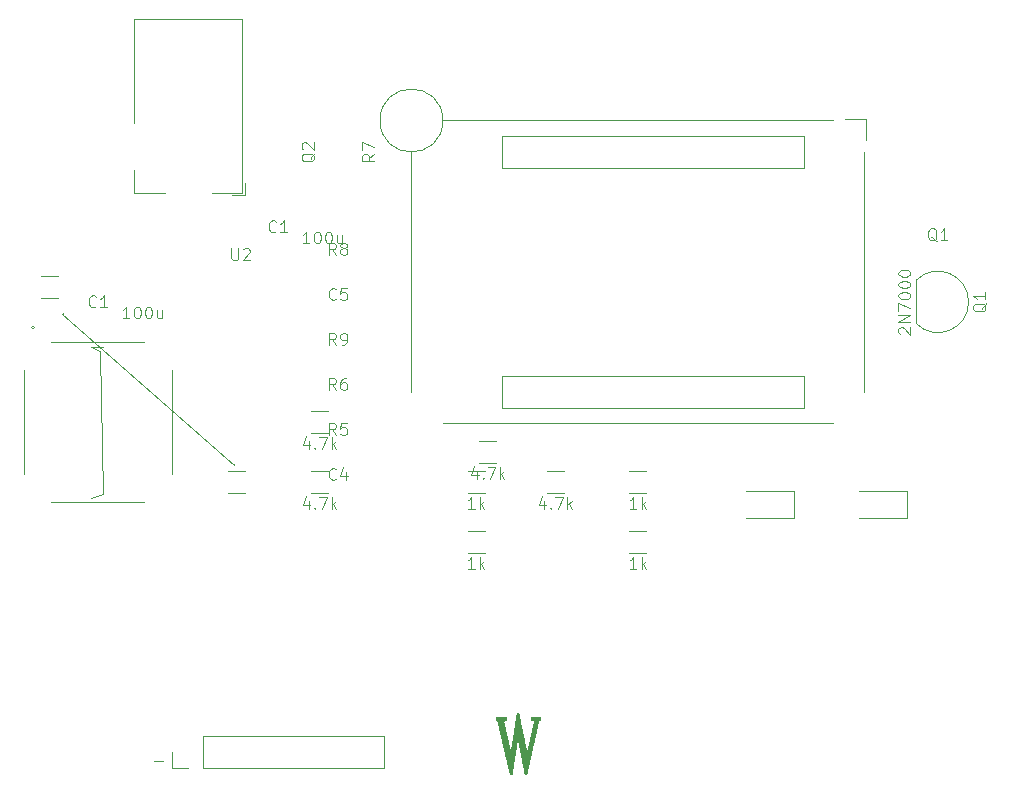
<source format=gbr>
From 88637eb1200b7d808ecd92ad45880f9c76cf190b Mon Sep 17 00:00:00 2001
From: Blaise Thompson <blaise@untzag.com>
Date: Tue, 13 Apr 2021 14:23:03 -0500
Subject: revisionB

---
 gerber/weather-F_SilkS.gbr | 2753 ++++++++++++++++++++++++--------------------
 1 file changed, 1499 insertions(+), 1254 deletions(-)

(limited to 'gerber/weather-F_SilkS.gbr')

diff --git a/gerber/weather-F_SilkS.gbr b/gerber/weather-F_SilkS.gbr
index bc52806..6ead12b 100644
--- a/gerber/weather-F_SilkS.gbr
+++ b/gerber/weather-F_SilkS.gbr
@@ -1,12 +1,12 @@
 %TF.GenerationSoftware,KiCad,Pcbnew,5.1.8+dfsg1-1+b1*%
-%TF.CreationDate,2020-12-29T15:19:21-06:00*%
-%TF.ProjectId,weather,77656174-6865-4722-9e6b-696361645f70,1.1.0*%
+%TF.CreationDate,2021-04-12T18:27:31-05:00*%
+%TF.ProjectId,weather,77656174-6865-4722-9e6b-696361645f70,B*%
 %TF.SameCoordinates,Original*%
 %TF.FileFunction,Legend,Top*%
 %TF.FilePolarity,Positive*%
 %FSLAX46Y46*%
 G04 Gerber Fmt 4.6, Leading zero omitted, Abs format (unit mm)*
-G04 Created by KiCad (PCBNEW 5.1.8+dfsg1-1+b1) date 2020-12-29 15:19:21*
+G04 Created by KiCad (PCBNEW 5.1.8+dfsg1-1+b1) date 2021-04-12 18:27:31*
 %MOMM*%
 %LPD*%
 G01*
@@ -900,24 +900,82 @@ G75*
 G02*
 X83820000Y-88900000I0J-2540000D01*
 G01*
+%TO.C,Q2*%
+X77780000Y-50040000D02*
+X76850000Y-50040000D01*
+X74620000Y-50040000D02*
+X75550000Y-50040000D01*
+X74620000Y-50040000D02*
+X74620000Y-53200000D01*
+X77780000Y-50040000D02*
+X77780000Y-51500000D01*
+%TO.C,Q1*%
+X127760000Y-61905000D02*
+X127760000Y-60975000D01*
+X127760000Y-58745000D02*
+X127760000Y-59675000D01*
+X127760000Y-58745000D02*
+X124600000Y-58745000D01*
+X127760000Y-61905000D02*
+X126300000Y-61905000D01*
+%TO.C,R9*%
+X75472936Y-65680000D02*
+X76927064Y-65680000D01*
+X75472936Y-63860000D02*
+X76927064Y-63860000D01*
+%TO.C,R8*%
+X76927064Y-56240000D02*
+X75472936Y-56240000D01*
+X76927064Y-58060000D02*
+X75472936Y-58060000D01*
+%TO.C,R7*%
+X81555000Y-51527064D02*
+X81555000Y-50072936D01*
+X79735000Y-51527064D02*
+X79735000Y-50072936D01*
+%TO.C,R6*%
+X76927064Y-67670000D02*
+X75472936Y-67670000D01*
+X76927064Y-69490000D02*
+X75472936Y-69490000D01*
+%TO.C,R5*%
+X76927064Y-71480000D02*
+X75472936Y-71480000D01*
+X76927064Y-73300000D02*
+X75472936Y-73300000D01*
+%TO.C,C5*%
+X75488748Y-61870000D02*
+X76911252Y-61870000D01*
+X75488748Y-60050000D02*
+X76911252Y-60050000D01*
+%TO.C,C4*%
+X75488748Y-77110000D02*
+X76911252Y-77110000D01*
+X75488748Y-75290000D02*
+X76911252Y-75290000D01*
+%TO.C,U2*%
+X67945000Y-60345000D02*
+X64495000Y-60345000D01*
+X67945000Y-60345000D02*
+X69895000Y-60345000D01*
+X67945000Y-70465000D02*
+X65995000Y-70465000D01*
+X67945000Y-70465000D02*
+X69895000Y-70465000D01*
 %TO.C,C1*%
-X71385277Y-50955000D02*
-X71385277Y-51655000D01*
-X71035277Y-51305000D02*
-X71735277Y-51305000D01*
-X78530000Y-53340000D02*
+X63290000Y-59690000D02*
 G75*
 G03*
-X78530000Y-53340000I-3620000J0D01*
+X63290000Y-59690000I-3620000J0D01*
 G01*
+X55795277Y-57655000D02*
+X56495277Y-57655000D01*
+X56145277Y-57305000D02*
+X56145277Y-58005000D01*
 D14*
 %TO.C,PS1*%
-X49630000Y-78090000D02*
-X49630000Y-69230000D01*
-X62130000Y-69230000D02*
-X62130000Y-78090000D01*
-X59810000Y-80410000D02*
-X51950000Y-80410000D01*
+X51950000Y-66910000D02*
+X59810000Y-66910000D01*
 D15*
 X50480000Y-65660000D02*
 G75*
@@ -925,933 +983,37 @@ G03*
 X50480000Y-65660000I-100000J0D01*
 G01*
 D14*
-X51950000Y-66910000D02*
-X59810000Y-66910000D01*
+X59810000Y-80410000D02*
+X51950000Y-80410000D01*
+X62130000Y-69230000D02*
+X62130000Y-78090000D01*
+X49630000Y-78090000D02*
+X49630000Y-69230000D01*
 D10*
 %TO.C,R4*%
-X73922936Y-79650000D02*
-X75377064Y-79650000D01*
-X73922936Y-77830000D02*
-X75377064Y-77830000D01*
+X88172936Y-75290000D02*
+X89627064Y-75290000D01*
+X88172936Y-77110000D02*
+X89627064Y-77110000D01*
 %TO.C,R3*%
-X73922936Y-74570000D02*
-X75377064Y-74570000D01*
-X73922936Y-72750000D02*
-X75377064Y-72750000D01*
-%TO.C,Q1*%
-X125150000Y-61700000D02*
-X125150000Y-65300000D01*
-X125161522Y-65338478D02*
-G75*
-G03*
-X129600000Y-63500000I1838478J1838478D01*
-G01*
-X125161522Y-61661522D02*
-G75*
-G02*
-X129600000Y-63500000I1838478J-1838478D01*
-G01*
+X93887936Y-77830000D02*
+X95342064Y-77830000D01*
+X93887936Y-79650000D02*
+X95342064Y-79650000D01*
 %TO.C,C3*%
-X66891248Y-79650000D02*
-X68313752Y-79650000D01*
 X66891248Y-77830000D02*
 X68313752Y-77830000D01*
+X66891248Y-79650000D02*
+X68313752Y-79650000D01*
 %TO.C,C2*%
-X51066248Y-63140000D02*
-X52488752Y-63140000D01*
 X51066248Y-61320000D02*
 X52488752Y-61320000D01*
+X51066248Y-63140000D02*
+X52488752Y-63140000D01*
 D16*
 %TO.C,G\u002A\u002A\u002A*%
 G36*
-X91430497Y-98277841D02*
-G01*
-X91447933Y-98278488D01*
-X91458683Y-98279868D01*
-X91464481Y-98282227D01*
-X91467064Y-98285810D01*
-X91467312Y-98286570D01*
-X91468537Y-98292166D01*
-X91471761Y-98307346D01*
-X91476909Y-98331744D01*
-X91483904Y-98364999D01*
-X91492670Y-98406746D01*
-X91503132Y-98456623D01*
-X91515213Y-98514267D01*
-X91528838Y-98579314D01*
-X91543930Y-98651400D01*
-X91560413Y-98730164D01*
-X91578212Y-98815240D01*
-X91597251Y-98906267D01*
-X91617452Y-99002881D01*
-X91638742Y-99104719D01*
-X91661043Y-99211417D01*
-X91684279Y-99322613D01*
-X91708375Y-99437942D01*
-X91733255Y-99557043D01*
-X91758842Y-99679551D01*
-X91785061Y-99805103D01*
-X91811835Y-99933336D01*
-X91823589Y-99989640D01*
-X91850596Y-100118994D01*
-X91877087Y-100245858D01*
-X91902985Y-100369867D01*
-X91928216Y-100490656D01*
-X91952702Y-100607860D01*
-X91976367Y-100721114D01*
-X91999134Y-100830053D01*
-X92020927Y-100934311D01*
-X92041671Y-101033524D01*
-X92061288Y-101127327D01*
-X92079702Y-101215354D01*
-X92096836Y-101297241D01*
-X92112615Y-101372622D01*
-X92126963Y-101441133D01*
-X92139801Y-101502408D01*
-X92151055Y-101556083D01*
-X92160648Y-101601792D01*
-X92168504Y-101639170D01*
-X92174545Y-101667853D01*
-X92178697Y-101687475D01*
-X92180882Y-101697671D01*
-X92181196Y-101699060D01*
-X92183609Y-101707405D01*
-X92185499Y-101708620D01*
-X92187792Y-101701715D01*
-X92190710Y-101688900D01*
-X92192330Y-101681781D01*
-X92196140Y-101665185D01*
-X92202042Y-101639532D01*
-X92209940Y-101605243D01*
-X92219736Y-101562740D01*
-X92231332Y-101512445D01*
-X92244633Y-101454777D01*
-X92259540Y-101390160D01*
-X92275956Y-101319013D01*
-X92293785Y-101241758D01*
-X92312928Y-101158816D01*
-X92333289Y-101070609D01*
-X92354770Y-100977558D01*
-X92377275Y-100880084D01*
-X92400706Y-100778609D01*
-X92424965Y-100673553D01*
-X92449956Y-100565338D01*
-X92475582Y-100454385D01*
-X92494338Y-100373180D01*
-X92525751Y-100237185D01*
-X92554958Y-100110732D01*
-X92582035Y-99993458D01*
-X92607057Y-99885005D01*
-X92630100Y-99785012D01*
-X92651241Y-99693119D01*
-X92670555Y-99608966D01*
-X92688118Y-99532193D01*
-X92704006Y-99462440D01*
-X92718294Y-99399347D01*
-X92731060Y-99342553D01*
-X92742378Y-99291700D01*
-X92752324Y-99246426D01*
-X92760974Y-99206371D01*
-X92768405Y-99171177D01*
-X92774692Y-99140482D01*
-X92779911Y-99113926D01*
-X92784137Y-99091150D01*
-X92787448Y-99071793D01*
-X92789918Y-99055495D01*
-X92791623Y-99041897D01*
-X92792640Y-99030638D01*
-X92793043Y-99021357D01*
-X92792910Y-99013697D01*
-X92792316Y-99007295D01*
-X92791337Y-99001792D01*
-X92790049Y-98996828D01*
-X92788527Y-98992042D01*
-X92786847Y-98987076D01*
-X92786602Y-98986340D01*
-X92771641Y-98955657D01*
-X92749555Y-98932180D01*
-X92720449Y-98915972D01*
-X92684424Y-98907098D01*
-X92656660Y-98905288D01*
-X92633898Y-98905678D01*
-X92612022Y-98906919D01*
-X92595471Y-98908751D01*
-X92594430Y-98908930D01*
-X92572840Y-98912800D01*
-X92572840Y-98658680D01*
-X93334840Y-98658680D01*
-X93334840Y-98786950D01*
-X93334841Y-98915220D01*
-X93282770Y-98915220D01*
-X93258094Y-98915485D01*
-X93240598Y-98916633D01*
-X93227312Y-98919190D01*
-X93215263Y-98923683D01*
-X93204345Y-98929115D01*
-X93175022Y-98950058D01*
-X93152361Y-98978573D01*
-X93147445Y-98987409D01*
-X93145974Y-98993070D01*
-X93142384Y-99008337D01*
-X93136745Y-99032894D01*
-X93129126Y-99066426D01*
-X93119599Y-99108618D01*
-X93108233Y-99159154D01*
-X93095099Y-99217719D01*
-X93080267Y-99283997D01*
-X93063807Y-99357673D01*
-X93045788Y-99438432D01*
-X93026282Y-99525958D01*
-X93005359Y-99619936D01*
-X92983088Y-99720050D01*
-X92959540Y-99825985D01*
-X92934785Y-99937426D01*
-X92908893Y-100054056D01*
-X92881935Y-100175562D01*
-X92853980Y-100301626D01*
-X92825099Y-100431935D01*
-X92795362Y-100566172D01*
-X92764838Y-100704022D01*
-X92733599Y-100845170D01*
-X92701715Y-100989300D01*
-X92669255Y-101136096D01*
-X92649009Y-101227689D01*
-X92616237Y-101375968D01*
-X92584011Y-101521776D01*
-X92552400Y-101664797D01*
-X92521474Y-101804715D01*
-X92491303Y-101941215D01*
-X92461956Y-102073982D01*
-X92433504Y-102202700D01*
-X92406016Y-102327055D01*
-X92379561Y-102446729D01*
-X92354210Y-102561409D01*
-X92330032Y-102670779D01*
-X92307097Y-102774522D01*
-X92285475Y-102872325D01*
-X92265235Y-102963871D01*
-X92246447Y-103048845D01*
-X92229181Y-103126931D01*
-X92213507Y-103197815D01*
-X92199494Y-103261180D01*
-X92187212Y-103316712D01*
-X92176730Y-103364094D01*
-X92168120Y-103403012D01*
-X92161449Y-103433150D01*
-X92156789Y-103454193D01*
-X92154208Y-103465825D01*
-X92153684Y-103468170D01*
-X92152204Y-103472781D01*
-X92149192Y-103475949D01*
-X92142978Y-103477944D01*
-X92131893Y-103479036D01*
-X92114265Y-103479498D01*
-X92088425Y-103479599D01*
-X92083218Y-103479600D01*
-X92015430Y-103479600D01*
-X92007226Y-103437690D01*
-X92005605Y-103429376D01*
-X92002123Y-103411482D01*
-X91996855Y-103384402D01*
-X91989879Y-103348527D01*
-X91981269Y-103304253D01*
-X91971104Y-103251971D01*
-X91959459Y-103192075D01*
-X91946411Y-103124958D01*
-X91932036Y-103051014D01*
-X91916411Y-102970636D01*
-X91899612Y-102884217D01*
-X91881716Y-102792150D01*
-X91862799Y-102694828D01*
-X91842937Y-102592646D01*
-X91822207Y-102485995D01*
-X91800685Y-102375269D01*
-X91778448Y-102260862D01*
-X91755573Y-102143167D01*
-X91732135Y-102022577D01*
-X91708211Y-101899485D01*
-X91698903Y-101851596D01*
-X91674903Y-101728128D01*
-X91651395Y-101607246D01*
-X91628456Y-101489330D01*
-X91606159Y-101374759D01*
-X91584579Y-101263914D01*
-X91563789Y-101157174D01*
-X91543863Y-101054920D01*
-X91524877Y-100957532D01*
-X91506904Y-100865389D01*
-X91490018Y-100778872D01*
-X91474294Y-100698360D01*
-X91459805Y-100624234D01*
-X91446627Y-100556873D01*
-X91434832Y-100496658D01*
-X91424496Y-100443968D01*
-X91415693Y-100399183D01*
-X91408496Y-100362684D01*
-X91402980Y-100334851D01*
-X91399220Y-100316062D01*
-X91397288Y-100306700D01*
-X91397037Y-100305663D01*
-X91396895Y-100305053D01*
-X91396855Y-100303875D01*
-X91396866Y-100302475D01*
-X91396873Y-100301199D01*
-X91396822Y-100300393D01*
-X91396662Y-100300403D01*
-X91396337Y-100301574D01*
-X91395795Y-100304253D01*
-X91394982Y-100308785D01*
-X91393845Y-100315515D01*
-X91392331Y-100324791D01*
-X91390386Y-100336957D01*
-X91387956Y-100352359D01*
-X91384989Y-100371344D01*
-X91381431Y-100394257D01*
-X91377229Y-100421444D01*
-X91372329Y-100453250D01*
-X91366678Y-100490022D01*
-X91360222Y-100532105D01*
-X91352908Y-100579846D01*
-X91344683Y-100633589D01*
-X91335493Y-100693681D01*
-X91325284Y-100760468D01*
-X91314005Y-100834295D01*
-X91301600Y-100915509D01*
-X91288018Y-101004454D01*
-X91273203Y-101101478D01*
-X91257104Y-101206925D01*
-X91239666Y-101321141D01*
-X91220836Y-101444473D01*
-X91200561Y-101577267D01*
-X91185843Y-101673660D01*
-X91167801Y-101791816D01*
-X91149907Y-101908998D01*
-X91132240Y-102024688D01*
-X91114879Y-102138368D01*
-X91097902Y-102249522D01*
-X91081390Y-102357632D01*
-X91065421Y-102462182D01*
-X91050073Y-102562654D01*
-X91035427Y-102658531D01*
-X91021560Y-102749296D01*
-X91008553Y-102834432D01*
-X90996483Y-102913421D01*
-X90985430Y-102985748D01*
-X90975474Y-103050893D01*
-X90966692Y-103108342D01*
-X90959164Y-103157575D01*
-X90952969Y-103198077D01*
-X90948186Y-103229330D01*
-X90946229Y-103242110D01*
-X90909841Y-103479600D01*
-X90759671Y-103479600D01*
-X90754611Y-103460550D01*
-X90753131Y-103454372D01*
-X90749421Y-103438617D01*
-X90743554Y-103413601D01*
-X90735606Y-103379642D01*
-X90725650Y-103337057D01*
-X90713761Y-103286164D01*
-X90700011Y-103227280D01*
-X90684475Y-103160723D01*
-X90667228Y-103086810D01*
-X90648343Y-103005858D01*
-X90627894Y-102918185D01*
-X90605955Y-102824109D01*
-X90582601Y-102723946D01*
-X90557904Y-102618014D01*
-X90531940Y-102506631D01*
-X90504782Y-102390113D01*
-X90476505Y-102268779D01*
-X90447182Y-102142946D01*
-X90416887Y-102012931D01*
-X90385694Y-101879052D01*
-X90353678Y-101741625D01*
-X90320912Y-101600969D01*
-X90287471Y-101457401D01*
-X90253427Y-101311238D01*
-X90236086Y-101236780D01*
-X90201752Y-101089367D01*
-X90167973Y-100944363D01*
-X90134823Y-100802086D01*
-X90102377Y-100662855D01*
-X90070710Y-100526988D01*
-X90039896Y-100394805D01*
-X90010008Y-100266623D01*
-X89981123Y-100142761D01*
-X89953313Y-100023539D01*
-X89926654Y-99909274D01*
-X89901219Y-99800286D01*
-X89877084Y-99696893D01*
-X89854322Y-99599413D01*
-X89833009Y-99508166D01*
-X89813217Y-99423470D01*
-X89795023Y-99345643D01*
-X89778500Y-99275005D01*
-X89763722Y-99211874D01*
-X89750765Y-99156569D01*
-X89739701Y-99109408D01*
-X89730607Y-99070710D01*
-X89723556Y-99040794D01*
-X89718622Y-99019978D01*
-X89715881Y-99008582D01*
-X89715358Y-99006523D01*
-X89701527Y-98975939D01*
-X89679157Y-98949348D01*
-X89649390Y-98927669D01*
-X89613370Y-98911820D01*
-X89589604Y-98905566D01*
-X89557860Y-98899094D01*
-X89555136Y-98658680D01*
-X90403680Y-98658680D01*
-X90403680Y-98902409D01*
-X90358694Y-98899216D01*
-X90336038Y-98897911D01*
-X90320030Y-98898153D01*
-X90307220Y-98900395D01*
-X90294153Y-98905093D01*
-X90285760Y-98908817D01*
-X90258490Y-98925867D01*
-X90237969Y-98949243D01*
-X90223912Y-98979508D01*
-X90216033Y-99017222D01*
-X90214017Y-99049840D01*
-X90214061Y-99054798D01*
-X90214375Y-99060574D01*
-X90215043Y-99067532D01*
-X90216147Y-99076038D01*
-X90217768Y-99086458D01*
-X90219991Y-99099157D01*
-X90222896Y-99114500D01*
-X90226566Y-99132853D01*
-X90231085Y-99154582D01*
-X90236534Y-99180052D01*
-X90242995Y-99209629D01*
-X90250552Y-99243678D01*
-X90259286Y-99282564D01*
-X90269280Y-99326654D01*
-X90280617Y-99376313D01*
-X90293379Y-99431906D01*
-X90307648Y-99493799D01*
-X90323507Y-99562358D01*
-X90341038Y-99637947D01*
-X90360323Y-99720933D01*
-X90381446Y-99811681D01*
-X90404489Y-99910556D01*
-X90429533Y-100017925D01*
-X90456662Y-100134152D01*
-X90485958Y-100259604D01*
-X90511895Y-100370640D01*
-X90538032Y-100482496D01*
-X90563587Y-100591806D01*
-X90588461Y-100698153D01*
-X90612556Y-100801122D01*
-X90635776Y-100900296D01*
-X90658022Y-100995258D01*
-X90679196Y-101085594D01*
-X90699200Y-101170886D01*
-X90717938Y-101250718D01*
-X90735311Y-101324675D01*
-X90751222Y-101392341D01*
-X90765572Y-101453298D01*
-X90778264Y-101507131D01*
-X90789201Y-101553425D01*
-X90798284Y-101591762D01*
-X90805415Y-101621726D01*
-X90810498Y-101642902D01*
-X90813434Y-101654873D01*
-X90814148Y-101657527D01*
-X90815240Y-101653356D01*
-X90817832Y-101639430D01*
-X90821878Y-101616033D01*
-X90827332Y-101583453D01*
-X90834150Y-101541976D01*
-X90842287Y-101491888D01*
-X90851696Y-101433474D01*
-X90862333Y-101367022D01*
-X90874153Y-101292816D01*
-X90887109Y-101211144D01*
-X90901157Y-101122292D01*
-X90916252Y-101026545D01*
-X90932348Y-100924190D01*
-X90949400Y-100815512D01*
-X90967363Y-100700799D01*
-X90986191Y-100580336D01*
-X91005839Y-100454409D01*
-X91026261Y-100323304D01*
-X91047414Y-100187308D01*
-X91069250Y-100046706D01*
-X91076273Y-100001447D01*
-X91096286Y-99872444D01*
-X91115923Y-99745882D01*
-X91135126Y-99622138D01*
-X91153835Y-99501590D01*
-X91171992Y-99384615D01*
-X91189538Y-99271593D01*
-X91206415Y-99162899D01*
-X91222564Y-99058912D01*
-X91237925Y-98960009D01*
-X91252442Y-98866569D01*
-X91266054Y-98778968D01*
-X91278703Y-98697585D01*
-X91290330Y-98622797D01*
-X91300878Y-98554982D01*
-X91310286Y-98494518D01*
-X91318497Y-98441781D01*
-X91325451Y-98397150D01*
-X91331090Y-98361003D01*
-X91335356Y-98333717D01*
-X91338189Y-98315670D01*
-X91339531Y-98307240D01*
-X91339590Y-98306890D01*
-X91344565Y-98277680D01*
-X91404640Y-98277680D01*
-X91430497Y-98277841D01*
-G37*
-X91430497Y-98277841D02*
-X91447933Y-98278488D01*
-X91458683Y-98279868D01*
-X91464481Y-98282227D01*
-X91467064Y-98285810D01*
-X91467312Y-98286570D01*
-X91468537Y-98292166D01*
-X91471761Y-98307346D01*
-X91476909Y-98331744D01*
-X91483904Y-98364999D01*
-X91492670Y-98406746D01*
-X91503132Y-98456623D01*
-X91515213Y-98514267D01*
-X91528838Y-98579314D01*
-X91543930Y-98651400D01*
-X91560413Y-98730164D01*
-X91578212Y-98815240D01*
-X91597251Y-98906267D01*
-X91617452Y-99002881D01*
-X91638742Y-99104719D01*
-X91661043Y-99211417D01*
-X91684279Y-99322613D01*
-X91708375Y-99437942D01*
-X91733255Y-99557043D01*
-X91758842Y-99679551D01*
-X91785061Y-99805103D01*
-X91811835Y-99933336D01*
-X91823589Y-99989640D01*
-X91850596Y-100118994D01*
-X91877087Y-100245858D01*
-X91902985Y-100369867D01*
-X91928216Y-100490656D01*
-X91952702Y-100607860D01*
-X91976367Y-100721114D01*
-X91999134Y-100830053D01*
-X92020927Y-100934311D01*
-X92041671Y-101033524D01*
-X92061288Y-101127327D01*
-X92079702Y-101215354D01*
-X92096836Y-101297241D01*
-X92112615Y-101372622D01*
-X92126963Y-101441133D01*
-X92139801Y-101502408D01*
-X92151055Y-101556083D01*
-X92160648Y-101601792D01*
-X92168504Y-101639170D01*
-X92174545Y-101667853D01*
-X92178697Y-101687475D01*
-X92180882Y-101697671D01*
-X92181196Y-101699060D01*
-X92183609Y-101707405D01*
-X92185499Y-101708620D01*
-X92187792Y-101701715D01*
-X92190710Y-101688900D01*
-X92192330Y-101681781D01*
-X92196140Y-101665185D01*
-X92202042Y-101639532D01*
-X92209940Y-101605243D01*
-X92219736Y-101562740D01*
-X92231332Y-101512445D01*
-X92244633Y-101454777D01*
-X92259540Y-101390160D01*
-X92275956Y-101319013D01*
-X92293785Y-101241758D01*
-X92312928Y-101158816D01*
-X92333289Y-101070609D01*
-X92354770Y-100977558D01*
-X92377275Y-100880084D01*
-X92400706Y-100778609D01*
-X92424965Y-100673553D01*
-X92449956Y-100565338D01*
-X92475582Y-100454385D01*
-X92494338Y-100373180D01*
-X92525751Y-100237185D01*
-X92554958Y-100110732D01*
-X92582035Y-99993458D01*
-X92607057Y-99885005D01*
-X92630100Y-99785012D01*
-X92651241Y-99693119D01*
-X92670555Y-99608966D01*
-X92688118Y-99532193D01*
-X92704006Y-99462440D01*
-X92718294Y-99399347D01*
-X92731060Y-99342553D01*
-X92742378Y-99291700D01*
-X92752324Y-99246426D01*
-X92760974Y-99206371D01*
-X92768405Y-99171177D01*
-X92774692Y-99140482D01*
-X92779911Y-99113926D01*
-X92784137Y-99091150D01*
-X92787448Y-99071793D01*
-X92789918Y-99055495D01*
-X92791623Y-99041897D01*
-X92792640Y-99030638D01*
-X92793043Y-99021357D01*
-X92792910Y-99013697D01*
-X92792316Y-99007295D01*
-X92791337Y-99001792D01*
-X92790049Y-98996828D01*
-X92788527Y-98992042D01*
-X92786847Y-98987076D01*
-X92786602Y-98986340D01*
-X92771641Y-98955657D01*
-X92749555Y-98932180D01*
-X92720449Y-98915972D01*
-X92684424Y-98907098D01*
-X92656660Y-98905288D01*
-X92633898Y-98905678D01*
-X92612022Y-98906919D01*
-X92595471Y-98908751D01*
-X92594430Y-98908930D01*
-X92572840Y-98912800D01*
-X92572840Y-98658680D01*
-X93334840Y-98658680D01*
-X93334840Y-98786950D01*
-X93334841Y-98915220D01*
-X93282770Y-98915220D01*
-X93258094Y-98915485D01*
-X93240598Y-98916633D01*
-X93227312Y-98919190D01*
-X93215263Y-98923683D01*
-X93204345Y-98929115D01*
-X93175022Y-98950058D01*
-X93152361Y-98978573D01*
-X93147445Y-98987409D01*
-X93145974Y-98993070D01*
-X93142384Y-99008337D01*
-X93136745Y-99032894D01*
-X93129126Y-99066426D01*
-X93119599Y-99108618D01*
-X93108233Y-99159154D01*
-X93095099Y-99217719D01*
-X93080267Y-99283997D01*
-X93063807Y-99357673D01*
-X93045788Y-99438432D01*
-X93026282Y-99525958D01*
-X93005359Y-99619936D01*
-X92983088Y-99720050D01*
-X92959540Y-99825985D01*
-X92934785Y-99937426D01*
-X92908893Y-100054056D01*
-X92881935Y-100175562D01*
-X92853980Y-100301626D01*
-X92825099Y-100431935D01*
-X92795362Y-100566172D01*
-X92764838Y-100704022D01*
-X92733599Y-100845170D01*
-X92701715Y-100989300D01*
-X92669255Y-101136096D01*
-X92649009Y-101227689D01*
-X92616237Y-101375968D01*
-X92584011Y-101521776D01*
-X92552400Y-101664797D01*
-X92521474Y-101804715D01*
-X92491303Y-101941215D01*
-X92461956Y-102073982D01*
-X92433504Y-102202700D01*
-X92406016Y-102327055D01*
-X92379561Y-102446729D01*
-X92354210Y-102561409D01*
-X92330032Y-102670779D01*
-X92307097Y-102774522D01*
-X92285475Y-102872325D01*
-X92265235Y-102963871D01*
-X92246447Y-103048845D01*
-X92229181Y-103126931D01*
-X92213507Y-103197815D01*
-X92199494Y-103261180D01*
-X92187212Y-103316712D01*
-X92176730Y-103364094D01*
-X92168120Y-103403012D01*
-X92161449Y-103433150D01*
-X92156789Y-103454193D01*
-X92154208Y-103465825D01*
-X92153684Y-103468170D01*
-X92152204Y-103472781D01*
-X92149192Y-103475949D01*
-X92142978Y-103477944D01*
-X92131893Y-103479036D01*
-X92114265Y-103479498D01*
-X92088425Y-103479599D01*
-X92083218Y-103479600D01*
-X92015430Y-103479600D01*
-X92007226Y-103437690D01*
-X92005605Y-103429376D01*
-X92002123Y-103411482D01*
-X91996855Y-103384402D01*
-X91989879Y-103348527D01*
-X91981269Y-103304253D01*
-X91971104Y-103251971D01*
-X91959459Y-103192075D01*
-X91946411Y-103124958D01*
-X91932036Y-103051014D01*
-X91916411Y-102970636D01*
-X91899612Y-102884217D01*
-X91881716Y-102792150D01*
-X91862799Y-102694828D01*
-X91842937Y-102592646D01*
-X91822207Y-102485995D01*
-X91800685Y-102375269D01*
-X91778448Y-102260862D01*
-X91755573Y-102143167D01*
-X91732135Y-102022577D01*
-X91708211Y-101899485D01*
-X91698903Y-101851596D01*
-X91674903Y-101728128D01*
-X91651395Y-101607246D01*
-X91628456Y-101489330D01*
-X91606159Y-101374759D01*
-X91584579Y-101263914D01*
-X91563789Y-101157174D01*
-X91543863Y-101054920D01*
-X91524877Y-100957532D01*
-X91506904Y-100865389D01*
-X91490018Y-100778872D01*
-X91474294Y-100698360D01*
-X91459805Y-100624234D01*
-X91446627Y-100556873D01*
-X91434832Y-100496658D01*
-X91424496Y-100443968D01*
-X91415693Y-100399183D01*
-X91408496Y-100362684D01*
-X91402980Y-100334851D01*
-X91399220Y-100316062D01*
-X91397288Y-100306700D01*
-X91397037Y-100305663D01*
-X91396895Y-100305053D01*
-X91396855Y-100303875D01*
-X91396866Y-100302475D01*
-X91396873Y-100301199D01*
-X91396822Y-100300393D01*
-X91396662Y-100300403D01*
-X91396337Y-100301574D01*
-X91395795Y-100304253D01*
-X91394982Y-100308785D01*
-X91393845Y-100315515D01*
-X91392331Y-100324791D01*
-X91390386Y-100336957D01*
-X91387956Y-100352359D01*
-X91384989Y-100371344D01*
-X91381431Y-100394257D01*
-X91377229Y-100421444D01*
-X91372329Y-100453250D01*
-X91366678Y-100490022D01*
-X91360222Y-100532105D01*
-X91352908Y-100579846D01*
-X91344683Y-100633589D01*
-X91335493Y-100693681D01*
-X91325284Y-100760468D01*
-X91314005Y-100834295D01*
-X91301600Y-100915509D01*
-X91288018Y-101004454D01*
-X91273203Y-101101478D01*
-X91257104Y-101206925D01*
-X91239666Y-101321141D01*
-X91220836Y-101444473D01*
-X91200561Y-101577267D01*
-X91185843Y-101673660D01*
-X91167801Y-101791816D01*
-X91149907Y-101908998D01*
-X91132240Y-102024688D01*
-X91114879Y-102138368D01*
-X91097902Y-102249522D01*
-X91081390Y-102357632D01*
-X91065421Y-102462182D01*
-X91050073Y-102562654D01*
-X91035427Y-102658531D01*
-X91021560Y-102749296D01*
-X91008553Y-102834432D01*
-X90996483Y-102913421D01*
-X90985430Y-102985748D01*
-X90975474Y-103050893D01*
-X90966692Y-103108342D01*
-X90959164Y-103157575D01*
-X90952969Y-103198077D01*
-X90948186Y-103229330D01*
-X90946229Y-103242110D01*
-X90909841Y-103479600D01*
-X90759671Y-103479600D01*
-X90754611Y-103460550D01*
-X90753131Y-103454372D01*
-X90749421Y-103438617D01*
-X90743554Y-103413601D01*
-X90735606Y-103379642D01*
-X90725650Y-103337057D01*
-X90713761Y-103286164D01*
-X90700011Y-103227280D01*
-X90684475Y-103160723D01*
-X90667228Y-103086810D01*
-X90648343Y-103005858D01*
-X90627894Y-102918185D01*
-X90605955Y-102824109D01*
-X90582601Y-102723946D01*
-X90557904Y-102618014D01*
-X90531940Y-102506631D01*
-X90504782Y-102390113D01*
-X90476505Y-102268779D01*
-X90447182Y-102142946D01*
-X90416887Y-102012931D01*
-X90385694Y-101879052D01*
-X90353678Y-101741625D01*
-X90320912Y-101600969D01*
-X90287471Y-101457401D01*
-X90253427Y-101311238D01*
-X90236086Y-101236780D01*
-X90201752Y-101089367D01*
-X90167973Y-100944363D01*
-X90134823Y-100802086D01*
-X90102377Y-100662855D01*
-X90070710Y-100526988D01*
-X90039896Y-100394805D01*
-X90010008Y-100266623D01*
-X89981123Y-100142761D01*
-X89953313Y-100023539D01*
-X89926654Y-99909274D01*
-X89901219Y-99800286D01*
-X89877084Y-99696893D01*
-X89854322Y-99599413D01*
-X89833009Y-99508166D01*
-X89813217Y-99423470D01*
-X89795023Y-99345643D01*
-X89778500Y-99275005D01*
-X89763722Y-99211874D01*
-X89750765Y-99156569D01*
-X89739701Y-99109408D01*
-X89730607Y-99070710D01*
-X89723556Y-99040794D01*
-X89718622Y-99019978D01*
-X89715881Y-99008582D01*
-X89715358Y-99006523D01*
-X89701527Y-98975939D01*
-X89679157Y-98949348D01*
-X89649390Y-98927669D01*
-X89613370Y-98911820D01*
-X89589604Y-98905566D01*
-X89557860Y-98899094D01*
-X89555136Y-98658680D01*
-X90403680Y-98658680D01*
-X90403680Y-98902409D01*
-X90358694Y-98899216D01*
-X90336038Y-98897911D01*
-X90320030Y-98898153D01*
-X90307220Y-98900395D01*
-X90294153Y-98905093D01*
-X90285760Y-98908817D01*
-X90258490Y-98925867D01*
-X90237969Y-98949243D01*
-X90223912Y-98979508D01*
-X90216033Y-99017222D01*
-X90214017Y-99049840D01*
-X90214061Y-99054798D01*
-X90214375Y-99060574D01*
-X90215043Y-99067532D01*
-X90216147Y-99076038D01*
-X90217768Y-99086458D01*
-X90219991Y-99099157D01*
-X90222896Y-99114500D01*
-X90226566Y-99132853D01*
-X90231085Y-99154582D01*
-X90236534Y-99180052D01*
-X90242995Y-99209629D01*
-X90250552Y-99243678D01*
-X90259286Y-99282564D01*
-X90269280Y-99326654D01*
-X90280617Y-99376313D01*
-X90293379Y-99431906D01*
-X90307648Y-99493799D01*
-X90323507Y-99562358D01*
-X90341038Y-99637947D01*
-X90360323Y-99720933D01*
-X90381446Y-99811681D01*
-X90404489Y-99910556D01*
-X90429533Y-100017925D01*
-X90456662Y-100134152D01*
-X90485958Y-100259604D01*
-X90511895Y-100370640D01*
-X90538032Y-100482496D01*
-X90563587Y-100591806D01*
-X90588461Y-100698153D01*
-X90612556Y-100801122D01*
-X90635776Y-100900296D01*
-X90658022Y-100995258D01*
-X90679196Y-101085594D01*
-X90699200Y-101170886D01*
-X90717938Y-101250718D01*
-X90735311Y-101324675D01*
-X90751222Y-101392341D01*
-X90765572Y-101453298D01*
-X90778264Y-101507131D01*
-X90789201Y-101553425D01*
-X90798284Y-101591762D01*
-X90805415Y-101621726D01*
-X90810498Y-101642902D01*
-X90813434Y-101654873D01*
-X90814148Y-101657527D01*
-X90815240Y-101653356D01*
-X90817832Y-101639430D01*
-X90821878Y-101616033D01*
-X90827332Y-101583453D01*
-X90834150Y-101541976D01*
-X90842287Y-101491888D01*
-X90851696Y-101433474D01*
-X90862333Y-101367022D01*
-X90874153Y-101292816D01*
-X90887109Y-101211144D01*
-X90901157Y-101122292D01*
-X90916252Y-101026545D01*
-X90932348Y-100924190D01*
-X90949400Y-100815512D01*
-X90967363Y-100700799D01*
-X90986191Y-100580336D01*
-X91005839Y-100454409D01*
-X91026261Y-100323304D01*
-X91047414Y-100187308D01*
-X91069250Y-100046706D01*
-X91076273Y-100001447D01*
-X91096286Y-99872444D01*
-X91115923Y-99745882D01*
-X91135126Y-99622138D01*
-X91153835Y-99501590D01*
-X91171992Y-99384615D01*
-X91189538Y-99271593D01*
-X91206415Y-99162899D01*
-X91222564Y-99058912D01*
-X91237925Y-98960009D01*
-X91252442Y-98866569D01*
-X91266054Y-98778968D01*
-X91278703Y-98697585D01*
-X91290330Y-98622797D01*
-X91300878Y-98554982D01*
-X91310286Y-98494518D01*
-X91318497Y-98441781D01*
-X91325451Y-98397150D01*
-X91331090Y-98361003D01*
-X91335356Y-98333717D01*
-X91338189Y-98315670D01*
-X91339531Y-98307240D01*
-X91339590Y-98306890D01*
-X91344565Y-98277680D01*
-X91404640Y-98277680D01*
-X91430497Y-98277841D01*
-G36*
-X91467014Y-94383991D02*
+X91467014Y-94383991D02*
 G01*
 X91512375Y-94386052D01*
 X91553794Y-94389780D01*
@@ -6631,90 +5793,977 @@ X91335161Y-94388085D01*
 X91375619Y-94384980D01*
 X91420499Y-94383625D01*
 X91467014Y-94383991D01*
+G36*
+X91430497Y-98277841D02*
+G01*
+X91447933Y-98278488D01*
+X91458683Y-98279868D01*
+X91464481Y-98282227D01*
+X91467064Y-98285810D01*
+X91467312Y-98286570D01*
+X91468537Y-98292166D01*
+X91471761Y-98307346D01*
+X91476909Y-98331744D01*
+X91483904Y-98364999D01*
+X91492670Y-98406746D01*
+X91503132Y-98456623D01*
+X91515213Y-98514267D01*
+X91528838Y-98579314D01*
+X91543930Y-98651400D01*
+X91560413Y-98730164D01*
+X91578212Y-98815240D01*
+X91597251Y-98906267D01*
+X91617452Y-99002881D01*
+X91638742Y-99104719D01*
+X91661043Y-99211417D01*
+X91684279Y-99322613D01*
+X91708375Y-99437942D01*
+X91733255Y-99557043D01*
+X91758842Y-99679551D01*
+X91785061Y-99805103D01*
+X91811835Y-99933336D01*
+X91823589Y-99989640D01*
+X91850596Y-100118994D01*
+X91877087Y-100245858D01*
+X91902985Y-100369867D01*
+X91928216Y-100490656D01*
+X91952702Y-100607860D01*
+X91976367Y-100721114D01*
+X91999134Y-100830053D01*
+X92020927Y-100934311D01*
+X92041671Y-101033524D01*
+X92061288Y-101127327D01*
+X92079702Y-101215354D01*
+X92096836Y-101297241D01*
+X92112615Y-101372622D01*
+X92126963Y-101441133D01*
+X92139801Y-101502408D01*
+X92151055Y-101556083D01*
+X92160648Y-101601792D01*
+X92168504Y-101639170D01*
+X92174545Y-101667853D01*
+X92178697Y-101687475D01*
+X92180882Y-101697671D01*
+X92181196Y-101699060D01*
+X92183609Y-101707405D01*
+X92185499Y-101708620D01*
+X92187792Y-101701715D01*
+X92190710Y-101688900D01*
+X92192330Y-101681781D01*
+X92196140Y-101665185D01*
+X92202042Y-101639532D01*
+X92209940Y-101605243D01*
+X92219736Y-101562740D01*
+X92231332Y-101512445D01*
+X92244633Y-101454777D01*
+X92259540Y-101390160D01*
+X92275956Y-101319013D01*
+X92293785Y-101241758D01*
+X92312928Y-101158816D01*
+X92333289Y-101070609D01*
+X92354770Y-100977558D01*
+X92377275Y-100880084D01*
+X92400706Y-100778609D01*
+X92424965Y-100673553D01*
+X92449956Y-100565338D01*
+X92475582Y-100454385D01*
+X92494338Y-100373180D01*
+X92525751Y-100237185D01*
+X92554958Y-100110732D01*
+X92582035Y-99993458D01*
+X92607057Y-99885005D01*
+X92630100Y-99785012D01*
+X92651241Y-99693119D01*
+X92670555Y-99608966D01*
+X92688118Y-99532193D01*
+X92704006Y-99462440D01*
+X92718294Y-99399347D01*
+X92731060Y-99342553D01*
+X92742378Y-99291700D01*
+X92752324Y-99246426D01*
+X92760974Y-99206371D01*
+X92768405Y-99171177D01*
+X92774692Y-99140482D01*
+X92779911Y-99113926D01*
+X92784137Y-99091150D01*
+X92787448Y-99071793D01*
+X92789918Y-99055495D01*
+X92791623Y-99041897D01*
+X92792640Y-99030638D01*
+X92793043Y-99021357D01*
+X92792910Y-99013697D01*
+X92792316Y-99007295D01*
+X92791337Y-99001792D01*
+X92790049Y-98996828D01*
+X92788527Y-98992042D01*
+X92786847Y-98987076D01*
+X92786602Y-98986340D01*
+X92771641Y-98955657D01*
+X92749555Y-98932180D01*
+X92720449Y-98915972D01*
+X92684424Y-98907098D01*
+X92656660Y-98905288D01*
+X92633898Y-98905678D01*
+X92612022Y-98906919D01*
+X92595471Y-98908751D01*
+X92594430Y-98908930D01*
+X92572840Y-98912800D01*
+X92572840Y-98658680D01*
+X93334840Y-98658680D01*
+X93334840Y-98786950D01*
+X93334841Y-98915220D01*
+X93282770Y-98915220D01*
+X93258094Y-98915485D01*
+X93240598Y-98916633D01*
+X93227312Y-98919190D01*
+X93215263Y-98923683D01*
+X93204345Y-98929115D01*
+X93175022Y-98950058D01*
+X93152361Y-98978573D01*
+X93147445Y-98987409D01*
+X93145974Y-98993070D01*
+X93142384Y-99008337D01*
+X93136745Y-99032894D01*
+X93129126Y-99066426D01*
+X93119599Y-99108618D01*
+X93108233Y-99159154D01*
+X93095099Y-99217719D01*
+X93080267Y-99283997D01*
+X93063807Y-99357673D01*
+X93045788Y-99438432D01*
+X93026282Y-99525958D01*
+X93005359Y-99619936D01*
+X92983088Y-99720050D01*
+X92959540Y-99825985D01*
+X92934785Y-99937426D01*
+X92908893Y-100054056D01*
+X92881935Y-100175562D01*
+X92853980Y-100301626D01*
+X92825099Y-100431935D01*
+X92795362Y-100566172D01*
+X92764838Y-100704022D01*
+X92733599Y-100845170D01*
+X92701715Y-100989300D01*
+X92669255Y-101136096D01*
+X92649009Y-101227689D01*
+X92616237Y-101375968D01*
+X92584011Y-101521776D01*
+X92552400Y-101664797D01*
+X92521474Y-101804715D01*
+X92491303Y-101941215D01*
+X92461956Y-102073982D01*
+X92433504Y-102202700D01*
+X92406016Y-102327055D01*
+X92379561Y-102446729D01*
+X92354210Y-102561409D01*
+X92330032Y-102670779D01*
+X92307097Y-102774522D01*
+X92285475Y-102872325D01*
+X92265235Y-102963871D01*
+X92246447Y-103048845D01*
+X92229181Y-103126931D01*
+X92213507Y-103197815D01*
+X92199494Y-103261180D01*
+X92187212Y-103316712D01*
+X92176730Y-103364094D01*
+X92168120Y-103403012D01*
+X92161449Y-103433150D01*
+X92156789Y-103454193D01*
+X92154208Y-103465825D01*
+X92153684Y-103468170D01*
+X92152204Y-103472781D01*
+X92149192Y-103475949D01*
+X92142978Y-103477944D01*
+X92131893Y-103479036D01*
+X92114265Y-103479498D01*
+X92088425Y-103479599D01*
+X92083218Y-103479600D01*
+X92015430Y-103479600D01*
+X92007226Y-103437690D01*
+X92005605Y-103429376D01*
+X92002123Y-103411482D01*
+X91996855Y-103384402D01*
+X91989879Y-103348527D01*
+X91981269Y-103304253D01*
+X91971104Y-103251971D01*
+X91959459Y-103192075D01*
+X91946411Y-103124958D01*
+X91932036Y-103051014D01*
+X91916411Y-102970636D01*
+X91899612Y-102884217D01*
+X91881716Y-102792150D01*
+X91862799Y-102694828D01*
+X91842937Y-102592646D01*
+X91822207Y-102485995D01*
+X91800685Y-102375269D01*
+X91778448Y-102260862D01*
+X91755573Y-102143167D01*
+X91732135Y-102022577D01*
+X91708211Y-101899485D01*
+X91698903Y-101851596D01*
+X91674903Y-101728128D01*
+X91651395Y-101607246D01*
+X91628456Y-101489330D01*
+X91606159Y-101374759D01*
+X91584579Y-101263914D01*
+X91563789Y-101157174D01*
+X91543863Y-101054920D01*
+X91524877Y-100957532D01*
+X91506904Y-100865389D01*
+X91490018Y-100778872D01*
+X91474294Y-100698360D01*
+X91459805Y-100624234D01*
+X91446627Y-100556873D01*
+X91434832Y-100496658D01*
+X91424496Y-100443968D01*
+X91415693Y-100399183D01*
+X91408496Y-100362684D01*
+X91402980Y-100334851D01*
+X91399220Y-100316062D01*
+X91397288Y-100306700D01*
+X91397037Y-100305663D01*
+X91396895Y-100305053D01*
+X91396855Y-100303875D01*
+X91396866Y-100302475D01*
+X91396873Y-100301199D01*
+X91396822Y-100300393D01*
+X91396662Y-100300403D01*
+X91396337Y-100301574D01*
+X91395795Y-100304253D01*
+X91394982Y-100308785D01*
+X91393845Y-100315515D01*
+X91392331Y-100324791D01*
+X91390386Y-100336957D01*
+X91387956Y-100352359D01*
+X91384989Y-100371344D01*
+X91381431Y-100394257D01*
+X91377229Y-100421444D01*
+X91372329Y-100453250D01*
+X91366678Y-100490022D01*
+X91360222Y-100532105D01*
+X91352908Y-100579846D01*
+X91344683Y-100633589D01*
+X91335493Y-100693681D01*
+X91325284Y-100760468D01*
+X91314005Y-100834295D01*
+X91301600Y-100915509D01*
+X91288018Y-101004454D01*
+X91273203Y-101101478D01*
+X91257104Y-101206925D01*
+X91239666Y-101321141D01*
+X91220836Y-101444473D01*
+X91200561Y-101577267D01*
+X91185843Y-101673660D01*
+X91167801Y-101791816D01*
+X91149907Y-101908998D01*
+X91132240Y-102024688D01*
+X91114879Y-102138368D01*
+X91097902Y-102249522D01*
+X91081390Y-102357632D01*
+X91065421Y-102462182D01*
+X91050073Y-102562654D01*
+X91035427Y-102658531D01*
+X91021560Y-102749296D01*
+X91008553Y-102834432D01*
+X90996483Y-102913421D01*
+X90985430Y-102985748D01*
+X90975474Y-103050893D01*
+X90966692Y-103108342D01*
+X90959164Y-103157575D01*
+X90952969Y-103198077D01*
+X90948186Y-103229330D01*
+X90946229Y-103242110D01*
+X90909841Y-103479600D01*
+X90759671Y-103479600D01*
+X90754611Y-103460550D01*
+X90753131Y-103454372D01*
+X90749421Y-103438617D01*
+X90743554Y-103413601D01*
+X90735606Y-103379642D01*
+X90725650Y-103337057D01*
+X90713761Y-103286164D01*
+X90700011Y-103227280D01*
+X90684475Y-103160723D01*
+X90667228Y-103086810D01*
+X90648343Y-103005858D01*
+X90627894Y-102918185D01*
+X90605955Y-102824109D01*
+X90582601Y-102723946D01*
+X90557904Y-102618014D01*
+X90531940Y-102506631D01*
+X90504782Y-102390113D01*
+X90476505Y-102268779D01*
+X90447182Y-102142946D01*
+X90416887Y-102012931D01*
+X90385694Y-101879052D01*
+X90353678Y-101741625D01*
+X90320912Y-101600969D01*
+X90287471Y-101457401D01*
+X90253427Y-101311238D01*
+X90236086Y-101236780D01*
+X90201752Y-101089367D01*
+X90167973Y-100944363D01*
+X90134823Y-100802086D01*
+X90102377Y-100662855D01*
+X90070710Y-100526988D01*
+X90039896Y-100394805D01*
+X90010008Y-100266623D01*
+X89981123Y-100142761D01*
+X89953313Y-100023539D01*
+X89926654Y-99909274D01*
+X89901219Y-99800286D01*
+X89877084Y-99696893D01*
+X89854322Y-99599413D01*
+X89833009Y-99508166D01*
+X89813217Y-99423470D01*
+X89795023Y-99345643D01*
+X89778500Y-99275005D01*
+X89763722Y-99211874D01*
+X89750765Y-99156569D01*
+X89739701Y-99109408D01*
+X89730607Y-99070710D01*
+X89723556Y-99040794D01*
+X89718622Y-99019978D01*
+X89715881Y-99008582D01*
+X89715358Y-99006523D01*
+X89701527Y-98975939D01*
+X89679157Y-98949348D01*
+X89649390Y-98927669D01*
+X89613370Y-98911820D01*
+X89589604Y-98905566D01*
+X89557860Y-98899094D01*
+X89555136Y-98658680D01*
+X90403680Y-98658680D01*
+X90403680Y-98902409D01*
+X90358694Y-98899216D01*
+X90336038Y-98897911D01*
+X90320030Y-98898153D01*
+X90307220Y-98900395D01*
+X90294153Y-98905093D01*
+X90285760Y-98908817D01*
+X90258490Y-98925867D01*
+X90237969Y-98949243D01*
+X90223912Y-98979508D01*
+X90216033Y-99017222D01*
+X90214017Y-99049840D01*
+X90214061Y-99054798D01*
+X90214375Y-99060574D01*
+X90215043Y-99067532D01*
+X90216147Y-99076038D01*
+X90217768Y-99086458D01*
+X90219991Y-99099157D01*
+X90222896Y-99114500D01*
+X90226566Y-99132853D01*
+X90231085Y-99154582D01*
+X90236534Y-99180052D01*
+X90242995Y-99209629D01*
+X90250552Y-99243678D01*
+X90259286Y-99282564D01*
+X90269280Y-99326654D01*
+X90280617Y-99376313D01*
+X90293379Y-99431906D01*
+X90307648Y-99493799D01*
+X90323507Y-99562358D01*
+X90341038Y-99637947D01*
+X90360323Y-99720933D01*
+X90381446Y-99811681D01*
+X90404489Y-99910556D01*
+X90429533Y-100017925D01*
+X90456662Y-100134152D01*
+X90485958Y-100259604D01*
+X90511895Y-100370640D01*
+X90538032Y-100482496D01*
+X90563587Y-100591806D01*
+X90588461Y-100698153D01*
+X90612556Y-100801122D01*
+X90635776Y-100900296D01*
+X90658022Y-100995258D01*
+X90679196Y-101085594D01*
+X90699200Y-101170886D01*
+X90717938Y-101250718D01*
+X90735311Y-101324675D01*
+X90751222Y-101392341D01*
+X90765572Y-101453298D01*
+X90778264Y-101507131D01*
+X90789201Y-101553425D01*
+X90798284Y-101591762D01*
+X90805415Y-101621726D01*
+X90810498Y-101642902D01*
+X90813434Y-101654873D01*
+X90814148Y-101657527D01*
+X90815240Y-101653356D01*
+X90817832Y-101639430D01*
+X90821878Y-101616033D01*
+X90827332Y-101583453D01*
+X90834150Y-101541976D01*
+X90842287Y-101491888D01*
+X90851696Y-101433474D01*
+X90862333Y-101367022D01*
+X90874153Y-101292816D01*
+X90887109Y-101211144D01*
+X90901157Y-101122292D01*
+X90916252Y-101026545D01*
+X90932348Y-100924190D01*
+X90949400Y-100815512D01*
+X90967363Y-100700799D01*
+X90986191Y-100580336D01*
+X91005839Y-100454409D01*
+X91026261Y-100323304D01*
+X91047414Y-100187308D01*
+X91069250Y-100046706D01*
+X91076273Y-100001447D01*
+X91096286Y-99872444D01*
+X91115923Y-99745882D01*
+X91135126Y-99622138D01*
+X91153835Y-99501590D01*
+X91171992Y-99384615D01*
+X91189538Y-99271593D01*
+X91206415Y-99162899D01*
+X91222564Y-99058912D01*
+X91237925Y-98960009D01*
+X91252442Y-98866569D01*
+X91266054Y-98778968D01*
+X91278703Y-98697585D01*
+X91290330Y-98622797D01*
+X91300878Y-98554982D01*
+X91310286Y-98494518D01*
+X91318497Y-98441781D01*
+X91325451Y-98397150D01*
+X91331090Y-98361003D01*
+X91335356Y-98333717D01*
+X91338189Y-98315670D01*
+X91339531Y-98307240D01*
+X91339590Y-98306890D01*
+X91344565Y-98277680D01*
+X91404640Y-98277680D01*
+X91430497Y-98277841D01*
+G37*
+X91430497Y-98277841D02*
+X91447933Y-98278488D01*
+X91458683Y-98279868D01*
+X91464481Y-98282227D01*
+X91467064Y-98285810D01*
+X91467312Y-98286570D01*
+X91468537Y-98292166D01*
+X91471761Y-98307346D01*
+X91476909Y-98331744D01*
+X91483904Y-98364999D01*
+X91492670Y-98406746D01*
+X91503132Y-98456623D01*
+X91515213Y-98514267D01*
+X91528838Y-98579314D01*
+X91543930Y-98651400D01*
+X91560413Y-98730164D01*
+X91578212Y-98815240D01*
+X91597251Y-98906267D01*
+X91617452Y-99002881D01*
+X91638742Y-99104719D01*
+X91661043Y-99211417D01*
+X91684279Y-99322613D01*
+X91708375Y-99437942D01*
+X91733255Y-99557043D01*
+X91758842Y-99679551D01*
+X91785061Y-99805103D01*
+X91811835Y-99933336D01*
+X91823589Y-99989640D01*
+X91850596Y-100118994D01*
+X91877087Y-100245858D01*
+X91902985Y-100369867D01*
+X91928216Y-100490656D01*
+X91952702Y-100607860D01*
+X91976367Y-100721114D01*
+X91999134Y-100830053D01*
+X92020927Y-100934311D01*
+X92041671Y-101033524D01*
+X92061288Y-101127327D01*
+X92079702Y-101215354D01*
+X92096836Y-101297241D01*
+X92112615Y-101372622D01*
+X92126963Y-101441133D01*
+X92139801Y-101502408D01*
+X92151055Y-101556083D01*
+X92160648Y-101601792D01*
+X92168504Y-101639170D01*
+X92174545Y-101667853D01*
+X92178697Y-101687475D01*
+X92180882Y-101697671D01*
+X92181196Y-101699060D01*
+X92183609Y-101707405D01*
+X92185499Y-101708620D01*
+X92187792Y-101701715D01*
+X92190710Y-101688900D01*
+X92192330Y-101681781D01*
+X92196140Y-101665185D01*
+X92202042Y-101639532D01*
+X92209940Y-101605243D01*
+X92219736Y-101562740D01*
+X92231332Y-101512445D01*
+X92244633Y-101454777D01*
+X92259540Y-101390160D01*
+X92275956Y-101319013D01*
+X92293785Y-101241758D01*
+X92312928Y-101158816D01*
+X92333289Y-101070609D01*
+X92354770Y-100977558D01*
+X92377275Y-100880084D01*
+X92400706Y-100778609D01*
+X92424965Y-100673553D01*
+X92449956Y-100565338D01*
+X92475582Y-100454385D01*
+X92494338Y-100373180D01*
+X92525751Y-100237185D01*
+X92554958Y-100110732D01*
+X92582035Y-99993458D01*
+X92607057Y-99885005D01*
+X92630100Y-99785012D01*
+X92651241Y-99693119D01*
+X92670555Y-99608966D01*
+X92688118Y-99532193D01*
+X92704006Y-99462440D01*
+X92718294Y-99399347D01*
+X92731060Y-99342553D01*
+X92742378Y-99291700D01*
+X92752324Y-99246426D01*
+X92760974Y-99206371D01*
+X92768405Y-99171177D01*
+X92774692Y-99140482D01*
+X92779911Y-99113926D01*
+X92784137Y-99091150D01*
+X92787448Y-99071793D01*
+X92789918Y-99055495D01*
+X92791623Y-99041897D01*
+X92792640Y-99030638D01*
+X92793043Y-99021357D01*
+X92792910Y-99013697D01*
+X92792316Y-99007295D01*
+X92791337Y-99001792D01*
+X92790049Y-98996828D01*
+X92788527Y-98992042D01*
+X92786847Y-98987076D01*
+X92786602Y-98986340D01*
+X92771641Y-98955657D01*
+X92749555Y-98932180D01*
+X92720449Y-98915972D01*
+X92684424Y-98907098D01*
+X92656660Y-98905288D01*
+X92633898Y-98905678D01*
+X92612022Y-98906919D01*
+X92595471Y-98908751D01*
+X92594430Y-98908930D01*
+X92572840Y-98912800D01*
+X92572840Y-98658680D01*
+X93334840Y-98658680D01*
+X93334840Y-98786950D01*
+X93334841Y-98915220D01*
+X93282770Y-98915220D01*
+X93258094Y-98915485D01*
+X93240598Y-98916633D01*
+X93227312Y-98919190D01*
+X93215263Y-98923683D01*
+X93204345Y-98929115D01*
+X93175022Y-98950058D01*
+X93152361Y-98978573D01*
+X93147445Y-98987409D01*
+X93145974Y-98993070D01*
+X93142384Y-99008337D01*
+X93136745Y-99032894D01*
+X93129126Y-99066426D01*
+X93119599Y-99108618D01*
+X93108233Y-99159154D01*
+X93095099Y-99217719D01*
+X93080267Y-99283997D01*
+X93063807Y-99357673D01*
+X93045788Y-99438432D01*
+X93026282Y-99525958D01*
+X93005359Y-99619936D01*
+X92983088Y-99720050D01*
+X92959540Y-99825985D01*
+X92934785Y-99937426D01*
+X92908893Y-100054056D01*
+X92881935Y-100175562D01*
+X92853980Y-100301626D01*
+X92825099Y-100431935D01*
+X92795362Y-100566172D01*
+X92764838Y-100704022D01*
+X92733599Y-100845170D01*
+X92701715Y-100989300D01*
+X92669255Y-101136096D01*
+X92649009Y-101227689D01*
+X92616237Y-101375968D01*
+X92584011Y-101521776D01*
+X92552400Y-101664797D01*
+X92521474Y-101804715D01*
+X92491303Y-101941215D01*
+X92461956Y-102073982D01*
+X92433504Y-102202700D01*
+X92406016Y-102327055D01*
+X92379561Y-102446729D01*
+X92354210Y-102561409D01*
+X92330032Y-102670779D01*
+X92307097Y-102774522D01*
+X92285475Y-102872325D01*
+X92265235Y-102963871D01*
+X92246447Y-103048845D01*
+X92229181Y-103126931D01*
+X92213507Y-103197815D01*
+X92199494Y-103261180D01*
+X92187212Y-103316712D01*
+X92176730Y-103364094D01*
+X92168120Y-103403012D01*
+X92161449Y-103433150D01*
+X92156789Y-103454193D01*
+X92154208Y-103465825D01*
+X92153684Y-103468170D01*
+X92152204Y-103472781D01*
+X92149192Y-103475949D01*
+X92142978Y-103477944D01*
+X92131893Y-103479036D01*
+X92114265Y-103479498D01*
+X92088425Y-103479599D01*
+X92083218Y-103479600D01*
+X92015430Y-103479600D01*
+X92007226Y-103437690D01*
+X92005605Y-103429376D01*
+X92002123Y-103411482D01*
+X91996855Y-103384402D01*
+X91989879Y-103348527D01*
+X91981269Y-103304253D01*
+X91971104Y-103251971D01*
+X91959459Y-103192075D01*
+X91946411Y-103124958D01*
+X91932036Y-103051014D01*
+X91916411Y-102970636D01*
+X91899612Y-102884217D01*
+X91881716Y-102792150D01*
+X91862799Y-102694828D01*
+X91842937Y-102592646D01*
+X91822207Y-102485995D01*
+X91800685Y-102375269D01*
+X91778448Y-102260862D01*
+X91755573Y-102143167D01*
+X91732135Y-102022577D01*
+X91708211Y-101899485D01*
+X91698903Y-101851596D01*
+X91674903Y-101728128D01*
+X91651395Y-101607246D01*
+X91628456Y-101489330D01*
+X91606159Y-101374759D01*
+X91584579Y-101263914D01*
+X91563789Y-101157174D01*
+X91543863Y-101054920D01*
+X91524877Y-100957532D01*
+X91506904Y-100865389D01*
+X91490018Y-100778872D01*
+X91474294Y-100698360D01*
+X91459805Y-100624234D01*
+X91446627Y-100556873D01*
+X91434832Y-100496658D01*
+X91424496Y-100443968D01*
+X91415693Y-100399183D01*
+X91408496Y-100362684D01*
+X91402980Y-100334851D01*
+X91399220Y-100316062D01*
+X91397288Y-100306700D01*
+X91397037Y-100305663D01*
+X91396895Y-100305053D01*
+X91396855Y-100303875D01*
+X91396866Y-100302475D01*
+X91396873Y-100301199D01*
+X91396822Y-100300393D01*
+X91396662Y-100300403D01*
+X91396337Y-100301574D01*
+X91395795Y-100304253D01*
+X91394982Y-100308785D01*
+X91393845Y-100315515D01*
+X91392331Y-100324791D01*
+X91390386Y-100336957D01*
+X91387956Y-100352359D01*
+X91384989Y-100371344D01*
+X91381431Y-100394257D01*
+X91377229Y-100421444D01*
+X91372329Y-100453250D01*
+X91366678Y-100490022D01*
+X91360222Y-100532105D01*
+X91352908Y-100579846D01*
+X91344683Y-100633589D01*
+X91335493Y-100693681D01*
+X91325284Y-100760468D01*
+X91314005Y-100834295D01*
+X91301600Y-100915509D01*
+X91288018Y-101004454D01*
+X91273203Y-101101478D01*
+X91257104Y-101206925D01*
+X91239666Y-101321141D01*
+X91220836Y-101444473D01*
+X91200561Y-101577267D01*
+X91185843Y-101673660D01*
+X91167801Y-101791816D01*
+X91149907Y-101908998D01*
+X91132240Y-102024688D01*
+X91114879Y-102138368D01*
+X91097902Y-102249522D01*
+X91081390Y-102357632D01*
+X91065421Y-102462182D01*
+X91050073Y-102562654D01*
+X91035427Y-102658531D01*
+X91021560Y-102749296D01*
+X91008553Y-102834432D01*
+X90996483Y-102913421D01*
+X90985430Y-102985748D01*
+X90975474Y-103050893D01*
+X90966692Y-103108342D01*
+X90959164Y-103157575D01*
+X90952969Y-103198077D01*
+X90948186Y-103229330D01*
+X90946229Y-103242110D01*
+X90909841Y-103479600D01*
+X90759671Y-103479600D01*
+X90754611Y-103460550D01*
+X90753131Y-103454372D01*
+X90749421Y-103438617D01*
+X90743554Y-103413601D01*
+X90735606Y-103379642D01*
+X90725650Y-103337057D01*
+X90713761Y-103286164D01*
+X90700011Y-103227280D01*
+X90684475Y-103160723D01*
+X90667228Y-103086810D01*
+X90648343Y-103005858D01*
+X90627894Y-102918185D01*
+X90605955Y-102824109D01*
+X90582601Y-102723946D01*
+X90557904Y-102618014D01*
+X90531940Y-102506631D01*
+X90504782Y-102390113D01*
+X90476505Y-102268779D01*
+X90447182Y-102142946D01*
+X90416887Y-102012931D01*
+X90385694Y-101879052D01*
+X90353678Y-101741625D01*
+X90320912Y-101600969D01*
+X90287471Y-101457401D01*
+X90253427Y-101311238D01*
+X90236086Y-101236780D01*
+X90201752Y-101089367D01*
+X90167973Y-100944363D01*
+X90134823Y-100802086D01*
+X90102377Y-100662855D01*
+X90070710Y-100526988D01*
+X90039896Y-100394805D01*
+X90010008Y-100266623D01*
+X89981123Y-100142761D01*
+X89953313Y-100023539D01*
+X89926654Y-99909274D01*
+X89901219Y-99800286D01*
+X89877084Y-99696893D01*
+X89854322Y-99599413D01*
+X89833009Y-99508166D01*
+X89813217Y-99423470D01*
+X89795023Y-99345643D01*
+X89778500Y-99275005D01*
+X89763722Y-99211874D01*
+X89750765Y-99156569D01*
+X89739701Y-99109408D01*
+X89730607Y-99070710D01*
+X89723556Y-99040794D01*
+X89718622Y-99019978D01*
+X89715881Y-99008582D01*
+X89715358Y-99006523D01*
+X89701527Y-98975939D01*
+X89679157Y-98949348D01*
+X89649390Y-98927669D01*
+X89613370Y-98911820D01*
+X89589604Y-98905566D01*
+X89557860Y-98899094D01*
+X89555136Y-98658680D01*
+X90403680Y-98658680D01*
+X90403680Y-98902409D01*
+X90358694Y-98899216D01*
+X90336038Y-98897911D01*
+X90320030Y-98898153D01*
+X90307220Y-98900395D01*
+X90294153Y-98905093D01*
+X90285760Y-98908817D01*
+X90258490Y-98925867D01*
+X90237969Y-98949243D01*
+X90223912Y-98979508D01*
+X90216033Y-99017222D01*
+X90214017Y-99049840D01*
+X90214061Y-99054798D01*
+X90214375Y-99060574D01*
+X90215043Y-99067532D01*
+X90216147Y-99076038D01*
+X90217768Y-99086458D01*
+X90219991Y-99099157D01*
+X90222896Y-99114500D01*
+X90226566Y-99132853D01*
+X90231085Y-99154582D01*
+X90236534Y-99180052D01*
+X90242995Y-99209629D01*
+X90250552Y-99243678D01*
+X90259286Y-99282564D01*
+X90269280Y-99326654D01*
+X90280617Y-99376313D01*
+X90293379Y-99431906D01*
+X90307648Y-99493799D01*
+X90323507Y-99562358D01*
+X90341038Y-99637947D01*
+X90360323Y-99720933D01*
+X90381446Y-99811681D01*
+X90404489Y-99910556D01*
+X90429533Y-100017925D01*
+X90456662Y-100134152D01*
+X90485958Y-100259604D01*
+X90511895Y-100370640D01*
+X90538032Y-100482496D01*
+X90563587Y-100591806D01*
+X90588461Y-100698153D01*
+X90612556Y-100801122D01*
+X90635776Y-100900296D01*
+X90658022Y-100995258D01*
+X90679196Y-101085594D01*
+X90699200Y-101170886D01*
+X90717938Y-101250718D01*
+X90735311Y-101324675D01*
+X90751222Y-101392341D01*
+X90765572Y-101453298D01*
+X90778264Y-101507131D01*
+X90789201Y-101553425D01*
+X90798284Y-101591762D01*
+X90805415Y-101621726D01*
+X90810498Y-101642902D01*
+X90813434Y-101654873D01*
+X90814148Y-101657527D01*
+X90815240Y-101653356D01*
+X90817832Y-101639430D01*
+X90821878Y-101616033D01*
+X90827332Y-101583453D01*
+X90834150Y-101541976D01*
+X90842287Y-101491888D01*
+X90851696Y-101433474D01*
+X90862333Y-101367022D01*
+X90874153Y-101292816D01*
+X90887109Y-101211144D01*
+X90901157Y-101122292D01*
+X90916252Y-101026545D01*
+X90932348Y-100924190D01*
+X90949400Y-100815512D01*
+X90967363Y-100700799D01*
+X90986191Y-100580336D01*
+X91005839Y-100454409D01*
+X91026261Y-100323304D01*
+X91047414Y-100187308D01*
+X91069250Y-100046706D01*
+X91076273Y-100001447D01*
+X91096286Y-99872444D01*
+X91115923Y-99745882D01*
+X91135126Y-99622138D01*
+X91153835Y-99501590D01*
+X91171992Y-99384615D01*
+X91189538Y-99271593D01*
+X91206415Y-99162899D01*
+X91222564Y-99058912D01*
+X91237925Y-98960009D01*
+X91252442Y-98866569D01*
+X91266054Y-98778968D01*
+X91278703Y-98697585D01*
+X91290330Y-98622797D01*
+X91300878Y-98554982D01*
+X91310286Y-98494518D01*
+X91318497Y-98441781D01*
+X91325451Y-98397150D01*
+X91331090Y-98361003D01*
+X91335356Y-98333717D01*
+X91338189Y-98315670D01*
+X91339531Y-98307240D01*
+X91339590Y-98306890D01*
+X91344565Y-98277680D01*
+X91404640Y-98277680D01*
+X91430497Y-98277841D01*
 D10*
 %TO.C,R2*%
-X87182936Y-84730000D02*
-X88637064Y-84730000D01*
-X87182936Y-82910000D02*
-X88637064Y-82910000D01*
+X100872936Y-82910000D02*
+X102327064Y-82910000D01*
+X100872936Y-84730000D02*
+X102327064Y-84730000D01*
 %TO.C,R1*%
-X87182936Y-79650000D02*
-X88637064Y-79650000D01*
-X87182936Y-77830000D02*
-X88637064Y-77830000D01*
+X100872936Y-77830000D02*
+X102327064Y-77830000D01*
+X100872936Y-79650000D02*
+X102327064Y-79650000D01*
 %TO.C,D2*%
-X124380000Y-79510000D02*
-X120320000Y-79510000D01*
-X124380000Y-81780000D02*
-X124380000Y-79510000D01*
 X120320000Y-81780000D02*
 X124380000Y-81780000D01*
+X124380000Y-81780000D02*
+X124380000Y-79510000D01*
+X124380000Y-79510000D02*
+X120320000Y-79510000D01*
 %TO.C,D1*%
-X114855000Y-79510000D02*
-X110795000Y-79510000D01*
-X114855000Y-81780000D02*
-X114855000Y-79510000D01*
 X110795000Y-81780000D02*
 X114855000Y-81780000D01*
+X114855000Y-81780000D02*
+X114855000Y-79510000D01*
+X114855000Y-79510000D02*
+X110795000Y-79510000D01*
 %TO.C,U1*%
-X62170000Y-102930000D02*
-X62170000Y-101600000D01*
-X63500000Y-102930000D02*
-X62170000Y-102930000D01*
-X64770000Y-102930000D02*
-X64770000Y-100270000D01*
-X64770000Y-100270000D02*
+X80070000Y-102930000D02*
 X80070000Y-100270000D01*
 X64770000Y-102930000D02*
 X80070000Y-102930000D01*
-X80070000Y-102930000D02*
+X64770000Y-100270000D02*
 X80070000Y-100270000D01*
+X64770000Y-102930000D02*
+X64770000Y-100270000D01*
+X63500000Y-102930000D02*
+X62170000Y-102930000D01*
+X62170000Y-102930000D02*
+X62170000Y-101600000D01*
 %TO.C,J1*%
-X68100000Y-54240000D02*
-X65500000Y-54240000D01*
-X68100000Y-39540000D02*
-X68100000Y-54240000D01*
-X58900000Y-54240000D02*
-X58900000Y-52340000D01*
-X61600000Y-54240000D02*
-X58900000Y-54240000D01*
-X58900000Y-39540000D02*
-X68100000Y-39540000D01*
-X58900000Y-48340000D02*
-X58900000Y-39540000D01*
-X68300000Y-53390000D02*
-X68300000Y-54440000D01*
 X67250000Y-54440000D02*
 X68300000Y-54440000D01*
+X68300000Y-53390000D02*
+X68300000Y-54440000D01*
+X58900000Y-48340000D02*
+X58900000Y-39540000D01*
+X58900000Y-39540000D02*
+X68100000Y-39540000D01*
+X61600000Y-54240000D02*
+X58900000Y-54240000D01*
+X58900000Y-54240000D02*
+X58900000Y-52340000D01*
+X68100000Y-39540000D02*
+X68100000Y-54240000D01*
+X68100000Y-54240000D02*
+X65500000Y-54240000D01*
 %TO.C,A1*%
-X115670000Y-72490000D02*
-X115670000Y-69750000D01*
-X90070000Y-72490000D02*
-X115670000Y-72490000D01*
-X90070000Y-69750000D02*
-X90070000Y-72490000D01*
-X115670000Y-69750000D02*
-X90070000Y-69750000D01*
-X115670000Y-52170000D02*
-X115670000Y-49430000D01*
-X90070000Y-52170000D02*
-X115670000Y-52170000D01*
-X90070000Y-49430000D02*
-X90070000Y-52170000D01*
-X115670000Y-49430000D02*
-X90070000Y-49430000D01*
-X120900000Y-48010000D02*
-X120900000Y-49760000D01*
-X119150000Y-48010000D02*
-X120900000Y-48010000D01*
-X118110000Y-73780000D02*
-X85090000Y-73780000D01*
-X118110000Y-48140000D02*
-X85090000Y-48140000D01*
-X82430000Y-50800000D02*
-X82430000Y-71120000D01*
 X120770000Y-50800000D02*
 X120770000Y-71120000D01*
+X82430000Y-50800000D02*
+X82430000Y-71120000D01*
+X118110000Y-48140000D02*
+X85090000Y-48140000D01*
+X118110000Y-73780000D02*
+X85090000Y-73780000D01*
+X119150000Y-48010000D02*
+X120900000Y-48010000D01*
+X120900000Y-48010000D02*
+X120900000Y-49760000D01*
+X115670000Y-49430000D02*
+X90070000Y-49430000D01*
+X90070000Y-49430000D02*
+X90070000Y-52170000D01*
+X90070000Y-52170000D02*
+X115670000Y-52170000D01*
+X115670000Y-52170000D02*
+X115670000Y-49430000D01*
+X115670000Y-69750000D02*
+X90070000Y-69750000D01*
+X90070000Y-69750000D02*
+X90070000Y-72490000D01*
+X90070000Y-72490000D02*
+X115670000Y-72490000D01*
+X115670000Y-72490000D02*
+X115670000Y-69750000D01*
 X85090000Y-48140000D02*
 G75*
 G03*
@@ -6735,89 +6784,397 @@ G75*
 G03*
 X118110000Y-48140000I-2660000J0D01*
 G01*
-%TO.C,C1*%
+%TO.C,Q2*%
 D12*
-X70953333Y-57507142D02*
-X70905714Y-57554761D01*
-X70762857Y-57602380D01*
-X70667619Y-57602380D01*
-X70524761Y-57554761D01*
-X70429523Y-57459523D01*
-X70381904Y-57364285D01*
-X70334285Y-57173809D01*
-X70334285Y-57030952D01*
-X70381904Y-56840476D01*
-X70429523Y-56745238D01*
-X70524761Y-56650000D01*
-X70667619Y-56602380D01*
-X70762857Y-56602380D01*
-X70905714Y-56650000D01*
-X70953333Y-56697619D01*
-X71905714Y-57602380D02*
-X71334285Y-57602380D01*
-X71620000Y-57602380D02*
-X71620000Y-56602380D01*
-X71524761Y-56745238D01*
-X71429523Y-56840476D01*
-X71334285Y-56888095D01*
-X73790952Y-58542380D02*
-X73219523Y-58542380D01*
-X73505238Y-58542380D02*
-X73505238Y-57542380D01*
-X73410000Y-57685238D01*
-X73314761Y-57780476D01*
-X73219523Y-57828095D01*
-X74410000Y-57542380D02*
-X74505238Y-57542380D01*
-X74600476Y-57590000D01*
-X74648095Y-57637619D01*
-X74695714Y-57732857D01*
-X74743333Y-57923333D01*
-X74743333Y-58161428D01*
-X74695714Y-58351904D01*
-X74648095Y-58447142D01*
-X74600476Y-58494761D01*
-X74505238Y-58542380D01*
-X74410000Y-58542380D01*
-X74314761Y-58494761D01*
-X74267142Y-58447142D01*
-X74219523Y-58351904D01*
-X74171904Y-58161428D01*
-X74171904Y-57923333D01*
-X74219523Y-57732857D01*
-X74267142Y-57637619D01*
-X74314761Y-57590000D01*
-X74410000Y-57542380D01*
-X75362380Y-57542380D02*
-X75457619Y-57542380D01*
-X75552857Y-57590000D01*
-X75600476Y-57637619D01*
-X75648095Y-57732857D01*
-X75695714Y-57923333D01*
-X75695714Y-58161428D01*
-X75648095Y-58351904D01*
-X75600476Y-58447142D01*
-X75552857Y-58494761D01*
-X75457619Y-58542380D01*
-X75362380Y-58542380D01*
-X75267142Y-58494761D01*
-X75219523Y-58447142D01*
-X75171904Y-58351904D01*
-X75124285Y-58161428D01*
-X75124285Y-57923333D01*
-X75171904Y-57732857D01*
-X75219523Y-57637619D01*
-X75267142Y-57590000D01*
-X75362380Y-57542380D01*
-X76552857Y-57875714D02*
-X76552857Y-58542380D01*
-X76124285Y-57875714D02*
-X76124285Y-58399523D01*
-X76171904Y-58494761D01*
-X76267142Y-58542380D01*
-X76410000Y-58542380D01*
-X76505238Y-58494761D01*
-X76552857Y-58447142D01*
+X74247619Y-50895238D02*
+X74200000Y-50990476D01*
+X74104761Y-51085714D01*
+X73961904Y-51228571D01*
+X73914285Y-51323809D01*
+X73914285Y-51419047D01*
+X74152380Y-51371428D02*
+X74104761Y-51466666D01*
+X74009523Y-51561904D01*
+X73819047Y-51609523D01*
+X73485714Y-51609523D01*
+X73295238Y-51561904D01*
+X73200000Y-51466666D01*
+X73152380Y-51371428D01*
+X73152380Y-51180952D01*
+X73200000Y-51085714D01*
+X73295238Y-50990476D01*
+X73485714Y-50942857D01*
+X73819047Y-50942857D01*
+X74009523Y-50990476D01*
+X74104761Y-51085714D01*
+X74152380Y-51180952D01*
+X74152380Y-51371428D01*
+X73247619Y-50561904D02*
+X73200000Y-50514285D01*
+X73152380Y-50419047D01*
+X73152380Y-50180952D01*
+X73200000Y-50085714D01*
+X73247619Y-50038095D01*
+X73342857Y-49990476D01*
+X73438095Y-49990476D01*
+X73580952Y-50038095D01*
+X74152380Y-50609523D01*
+X74152380Y-49990476D01*
+%TO.C,Q1*%
+X126904761Y-58372619D02*
+X126809523Y-58325000D01*
+X126714285Y-58229761D01*
+X126571428Y-58086904D01*
+X126476190Y-58039285D01*
+X126380952Y-58039285D01*
+X126428571Y-58277380D02*
+X126333333Y-58229761D01*
+X126238095Y-58134523D01*
+X126190476Y-57944047D01*
+X126190476Y-57610714D01*
+X126238095Y-57420238D01*
+X126333333Y-57325000D01*
+X126428571Y-57277380D01*
+X126619047Y-57277380D01*
+X126714285Y-57325000D01*
+X126809523Y-57420238D01*
+X126857142Y-57610714D01*
+X126857142Y-57944047D01*
+X126809523Y-58134523D01*
+X126714285Y-58229761D01*
+X126619047Y-58277380D01*
+X126428571Y-58277380D01*
+X127809523Y-58277380D02*
+X127238095Y-58277380D01*
+X127523809Y-58277380D02*
+X127523809Y-57277380D01*
+X127428571Y-57420238D01*
+X127333333Y-57515476D01*
+X127238095Y-57563095D01*
+%TO.C,R9*%
+X76033333Y-67127380D02*
+X75700000Y-66651190D01*
+X75461904Y-67127380D02*
+X75461904Y-66127380D01*
+X75842857Y-66127380D01*
+X75938095Y-66175000D01*
+X75985714Y-66222619D01*
+X76033333Y-66317857D01*
+X76033333Y-66460714D01*
+X75985714Y-66555952D01*
+X75938095Y-66603571D01*
+X75842857Y-66651190D01*
+X75461904Y-66651190D01*
+X76509523Y-67127380D02*
+X76700000Y-67127380D01*
+X76795238Y-67079761D01*
+X76842857Y-67032142D01*
+X76938095Y-66889285D01*
+X76985714Y-66698809D01*
+X76985714Y-66317857D01*
+X76938095Y-66222619D01*
+X76890476Y-66175000D01*
+X76795238Y-66127380D01*
+X76604761Y-66127380D01*
+X76509523Y-66175000D01*
+X76461904Y-66222619D01*
+X76414285Y-66317857D01*
+X76414285Y-66555952D01*
+X76461904Y-66651190D01*
+X76509523Y-66698809D01*
+X76604761Y-66746428D01*
+X76795238Y-66746428D01*
+X76890476Y-66698809D01*
+X76938095Y-66651190D01*
+X76985714Y-66555952D01*
+%TO.C,R8*%
+X76033333Y-59507380D02*
+X75700000Y-59031190D01*
+X75461904Y-59507380D02*
+X75461904Y-58507380D01*
+X75842857Y-58507380D01*
+X75938095Y-58555000D01*
+X75985714Y-58602619D01*
+X76033333Y-58697857D01*
+X76033333Y-58840714D01*
+X75985714Y-58935952D01*
+X75938095Y-58983571D01*
+X75842857Y-59031190D01*
+X75461904Y-59031190D01*
+X76604761Y-58935952D02*
+X76509523Y-58888333D01*
+X76461904Y-58840714D01*
+X76414285Y-58745476D01*
+X76414285Y-58697857D01*
+X76461904Y-58602619D01*
+X76509523Y-58555000D01*
+X76604761Y-58507380D01*
+X76795238Y-58507380D01*
+X76890476Y-58555000D01*
+X76938095Y-58602619D01*
+X76985714Y-58697857D01*
+X76985714Y-58745476D01*
+X76938095Y-58840714D01*
+X76890476Y-58888333D01*
+X76795238Y-58935952D01*
+X76604761Y-58935952D01*
+X76509523Y-58983571D01*
+X76461904Y-59031190D01*
+X76414285Y-59126428D01*
+X76414285Y-59316904D01*
+X76461904Y-59412142D01*
+X76509523Y-59459761D01*
+X76604761Y-59507380D01*
+X76795238Y-59507380D01*
+X76890476Y-59459761D01*
+X76938095Y-59412142D01*
+X76985714Y-59316904D01*
+X76985714Y-59126428D01*
+X76938095Y-59031190D01*
+X76890476Y-58983571D01*
+X76795238Y-58935952D01*
+%TO.C,R7*%
+X79277380Y-50966666D02*
+X78801190Y-51300000D01*
+X79277380Y-51538095D02*
+X78277380Y-51538095D01*
+X78277380Y-51157142D01*
+X78325000Y-51061904D01*
+X78372619Y-51014285D01*
+X78467857Y-50966666D01*
+X78610714Y-50966666D01*
+X78705952Y-51014285D01*
+X78753571Y-51061904D01*
+X78801190Y-51157142D01*
+X78801190Y-51538095D01*
+X78277380Y-50633333D02*
+X78277380Y-49966666D01*
+X79277380Y-50395238D01*
+%TO.C,R6*%
+X76033333Y-70937380D02*
+X75700000Y-70461190D01*
+X75461904Y-70937380D02*
+X75461904Y-69937380D01*
+X75842857Y-69937380D01*
+X75938095Y-69985000D01*
+X75985714Y-70032619D01*
+X76033333Y-70127857D01*
+X76033333Y-70270714D01*
+X75985714Y-70365952D01*
+X75938095Y-70413571D01*
+X75842857Y-70461190D01*
+X75461904Y-70461190D01*
+X76890476Y-69937380D02*
+X76700000Y-69937380D01*
+X76604761Y-69985000D01*
+X76557142Y-70032619D01*
+X76461904Y-70175476D01*
+X76414285Y-70365952D01*
+X76414285Y-70746904D01*
+X76461904Y-70842142D01*
+X76509523Y-70889761D01*
+X76604761Y-70937380D01*
+X76795238Y-70937380D01*
+X76890476Y-70889761D01*
+X76938095Y-70842142D01*
+X76985714Y-70746904D01*
+X76985714Y-70508809D01*
+X76938095Y-70413571D01*
+X76890476Y-70365952D01*
+X76795238Y-70318333D01*
+X76604761Y-70318333D01*
+X76509523Y-70365952D01*
+X76461904Y-70413571D01*
+X76414285Y-70508809D01*
+%TO.C,R5*%
+X76033333Y-74747380D02*
+X75700000Y-74271190D01*
+X75461904Y-74747380D02*
+X75461904Y-73747380D01*
+X75842857Y-73747380D01*
+X75938095Y-73795000D01*
+X75985714Y-73842619D01*
+X76033333Y-73937857D01*
+X76033333Y-74080714D01*
+X75985714Y-74175952D01*
+X75938095Y-74223571D01*
+X75842857Y-74271190D01*
+X75461904Y-74271190D01*
+X76938095Y-73747380D02*
+X76461904Y-73747380D01*
+X76414285Y-74223571D01*
+X76461904Y-74175952D01*
+X76557142Y-74128333D01*
+X76795238Y-74128333D01*
+X76890476Y-74175952D01*
+X76938095Y-74223571D01*
+X76985714Y-74318809D01*
+X76985714Y-74556904D01*
+X76938095Y-74652142D01*
+X76890476Y-74699761D01*
+X76795238Y-74747380D01*
+X76557142Y-74747380D01*
+X76461904Y-74699761D01*
+X76414285Y-74652142D01*
+%TO.C,C5*%
+X76033333Y-63222142D02*
+X75985714Y-63269761D01*
+X75842857Y-63317380D01*
+X75747619Y-63317380D01*
+X75604761Y-63269761D01*
+X75509523Y-63174523D01*
+X75461904Y-63079285D01*
+X75414285Y-62888809D01*
+X75414285Y-62745952D01*
+X75461904Y-62555476D01*
+X75509523Y-62460238D01*
+X75604761Y-62365000D01*
+X75747619Y-62317380D01*
+X75842857Y-62317380D01*
+X75985714Y-62365000D01*
+X76033333Y-62412619D01*
+X76938095Y-62317380D02*
+X76461904Y-62317380D01*
+X76414285Y-62793571D01*
+X76461904Y-62745952D01*
+X76557142Y-62698333D01*
+X76795238Y-62698333D01*
+X76890476Y-62745952D01*
+X76938095Y-62793571D01*
+X76985714Y-62888809D01*
+X76985714Y-63126904D01*
+X76938095Y-63222142D01*
+X76890476Y-63269761D01*
+X76795238Y-63317380D01*
+X76557142Y-63317380D01*
+X76461904Y-63269761D01*
+X76414285Y-63222142D01*
+%TO.C,C4*%
+X76033333Y-78462142D02*
+X75985714Y-78509761D01*
+X75842857Y-78557380D01*
+X75747619Y-78557380D01*
+X75604761Y-78509761D01*
+X75509523Y-78414523D01*
+X75461904Y-78319285D01*
+X75414285Y-78128809D01*
+X75414285Y-77985952D01*
+X75461904Y-77795476D01*
+X75509523Y-77700238D01*
+X75604761Y-77605000D01*
+X75747619Y-77557380D01*
+X75842857Y-77557380D01*
+X75985714Y-77605000D01*
+X76033333Y-77652619D01*
+X76890476Y-77890714D02*
+X76890476Y-78557380D01*
+X76652380Y-77509761D02*
+X76414285Y-78224047D01*
+X77033333Y-78224047D01*
+%TO.C,U2*%
+X67183095Y-58957380D02*
+X67183095Y-59766904D01*
+X67230714Y-59862142D01*
+X67278333Y-59909761D01*
+X67373571Y-59957380D01*
+X67564047Y-59957380D01*
+X67659285Y-59909761D01*
+X67706904Y-59862142D01*
+X67754523Y-59766904D01*
+X67754523Y-58957380D01*
+X68183095Y-59052619D02*
+X68230714Y-59005000D01*
+X68325952Y-58957380D01*
+X68564047Y-58957380D01*
+X68659285Y-59005000D01*
+X68706904Y-59052619D01*
+X68754523Y-59147857D01*
+X68754523Y-59243095D01*
+X68706904Y-59385952D01*
+X68135476Y-59957380D01*
+X68754523Y-59957380D01*
+%TO.C,C1*%
+X55713333Y-63857142D02*
+X55665714Y-63904761D01*
+X55522857Y-63952380D01*
+X55427619Y-63952380D01*
+X55284761Y-63904761D01*
+X55189523Y-63809523D01*
+X55141904Y-63714285D01*
+X55094285Y-63523809D01*
+X55094285Y-63380952D01*
+X55141904Y-63190476D01*
+X55189523Y-63095238D01*
+X55284761Y-63000000D01*
+X55427619Y-62952380D01*
+X55522857Y-62952380D01*
+X55665714Y-63000000D01*
+X55713333Y-63047619D01*
+X56665714Y-63952380D02*
+X56094285Y-63952380D01*
+X56380000Y-63952380D02*
+X56380000Y-62952380D01*
+X56284761Y-63095238D01*
+X56189523Y-63190476D01*
+X56094285Y-63238095D01*
+X58550952Y-64892380D02*
+X57979523Y-64892380D01*
+X58265238Y-64892380D02*
+X58265238Y-63892380D01*
+X58170000Y-64035238D01*
+X58074761Y-64130476D01*
+X57979523Y-64178095D01*
+X59170000Y-63892380D02*
+X59265238Y-63892380D01*
+X59360476Y-63940000D01*
+X59408095Y-63987619D01*
+X59455714Y-64082857D01*
+X59503333Y-64273333D01*
+X59503333Y-64511428D01*
+X59455714Y-64701904D01*
+X59408095Y-64797142D01*
+X59360476Y-64844761D01*
+X59265238Y-64892380D01*
+X59170000Y-64892380D01*
+X59074761Y-64844761D01*
+X59027142Y-64797142D01*
+X58979523Y-64701904D01*
+X58931904Y-64511428D01*
+X58931904Y-64273333D01*
+X58979523Y-64082857D01*
+X59027142Y-63987619D01*
+X59074761Y-63940000D01*
+X59170000Y-63892380D01*
+X60122380Y-63892380D02*
+X60217619Y-63892380D01*
+X60312857Y-63940000D01*
+X60360476Y-63987619D01*
+X60408095Y-64082857D01*
+X60455714Y-64273333D01*
+X60455714Y-64511428D01*
+X60408095Y-64701904D01*
+X60360476Y-64797142D01*
+X60312857Y-64844761D01*
+X60217619Y-64892380D01*
+X60122380Y-64892380D01*
+X60027142Y-64844761D01*
+X59979523Y-64797142D01*
+X59931904Y-64701904D01*
+X59884285Y-64511428D01*
+X59884285Y-64273333D01*
+X59931904Y-64082857D01*
+X59979523Y-63987619D01*
+X60027142Y-63940000D01*
+X60122380Y-63892380D01*
+X61312857Y-64225714D02*
+X61312857Y-64892380D01*
+X60884285Y-64225714D02*
+X60884285Y-64749523D01*
+X60931904Y-64844761D01*
+X61027142Y-64892380D01*
+X61170000Y-64892380D01*
+X61265238Y-64844761D01*
+X61312857Y-64797142D01*
 %TO.C,PS1*%
 X55332380Y-80136190D02*
 X56332380Y-79802857D01*
@@ -6983,159 +7340,47 @@ X56046666Y-67660000D01*
 X55332380Y-67326666D01*
 X56332380Y-67326666D01*
 %TO.C,R4*%
-X73721428Y-80345714D02*
-X73721428Y-81012380D01*
-X73483333Y-79964761D02*
-X73245238Y-80679047D01*
-X73864285Y-80679047D01*
-X74245238Y-80917142D02*
-X74292857Y-80964761D01*
-X74245238Y-81012380D01*
-X74197619Y-80964761D01*
-X74245238Y-80917142D01*
-X74245238Y-81012380D01*
-X74626190Y-80012380D02*
-X75292857Y-80012380D01*
-X74864285Y-81012380D01*
-X75673809Y-81012380D02*
-X75673809Y-80012380D01*
-X75769047Y-80631428D02*
-X76054761Y-81012380D01*
-X76054761Y-80345714D02*
-X75673809Y-80726666D01*
+X87971428Y-77805714D02*
+X87971428Y-78472380D01*
+X87733333Y-77424761D02*
+X87495238Y-78139047D01*
+X88114285Y-78139047D01*
+X88495238Y-78377142D02*
+X88542857Y-78424761D01*
+X88495238Y-78472380D01*
+X88447619Y-78424761D01*
+X88495238Y-78377142D01*
+X88495238Y-78472380D01*
+X88876190Y-77472380D02*
+X89542857Y-77472380D01*
+X89114285Y-78472380D01*
+X89923809Y-78472380D02*
+X89923809Y-77472380D01*
+X90019047Y-78091428D02*
+X90304761Y-78472380D01*
+X90304761Y-77805714D02*
+X89923809Y-78186666D01*
 %TO.C,R3*%
-X73721428Y-75265714D02*
-X73721428Y-75932380D01*
-X73483333Y-74884761D02*
-X73245238Y-75599047D01*
-X73864285Y-75599047D01*
-X74245238Y-75837142D02*
-X74292857Y-75884761D01*
-X74245238Y-75932380D01*
-X74197619Y-75884761D01*
-X74245238Y-75837142D01*
-X74245238Y-75932380D01*
-X74626190Y-74932380D02*
-X75292857Y-74932380D01*
-X74864285Y-75932380D01*
-X75673809Y-75932380D02*
-X75673809Y-74932380D01*
-X75769047Y-75551428D02*
-X76054761Y-75932380D01*
-X76054761Y-75265714D02*
-X75673809Y-75646666D01*
-%TO.C,Q1*%
-X131107619Y-63595238D02*
-X131060000Y-63690476D01*
-X130964761Y-63785714D01*
-X130821904Y-63928571D01*
-X130774285Y-64023809D01*
-X130774285Y-64119047D01*
-X131012380Y-64071428D02*
-X130964761Y-64166666D01*
-X130869523Y-64261904D01*
-X130679047Y-64309523D01*
-X130345714Y-64309523D01*
-X130155238Y-64261904D01*
-X130060000Y-64166666D01*
-X130012380Y-64071428D01*
-X130012380Y-63880952D01*
-X130060000Y-63785714D01*
-X130155238Y-63690476D01*
-X130345714Y-63642857D01*
-X130679047Y-63642857D01*
-X130869523Y-63690476D01*
-X130964761Y-63785714D01*
-X131012380Y-63880952D01*
-X131012380Y-64071428D01*
-X131012380Y-62690476D02*
-X131012380Y-63261904D01*
-X131012380Y-62976190D02*
-X130012380Y-62976190D01*
-X130155238Y-63071428D01*
-X130250476Y-63166666D01*
-X130298095Y-63261904D01*
-X123757619Y-66214285D02*
-X123710000Y-66166666D01*
-X123662380Y-66071428D01*
-X123662380Y-65833333D01*
-X123710000Y-65738095D01*
-X123757619Y-65690476D01*
-X123852857Y-65642857D01*
-X123948095Y-65642857D01*
-X124090952Y-65690476D01*
-X124662380Y-66261904D01*
-X124662380Y-65642857D01*
-X124662380Y-65214285D02*
-X123662380Y-65214285D01*
-X124662380Y-64642857D01*
-X123662380Y-64642857D01*
-X123662380Y-64261904D02*
-X123662380Y-63595238D01*
-X124662380Y-64023809D01*
-X123662380Y-63023809D02*
-X123662380Y-62928571D01*
-X123710000Y-62833333D01*
-X123757619Y-62785714D01*
-X123852857Y-62738095D01*
-X124043333Y-62690476D01*
-X124281428Y-62690476D01*
-X124471904Y-62738095D01*
-X124567142Y-62785714D01*
-X124614761Y-62833333D01*
-X124662380Y-62928571D01*
-X124662380Y-63023809D01*
-X124614761Y-63119047D01*
-X124567142Y-63166666D01*
-X124471904Y-63214285D01*
-X124281428Y-63261904D01*
-X124043333Y-63261904D01*
-X123852857Y-63214285D01*
-X123757619Y-63166666D01*
-X123710000Y-63119047D01*
-X123662380Y-63023809D01*
-X123662380Y-62071428D02*
-X123662380Y-61976190D01*
-X123710000Y-61880952D01*
-X123757619Y-61833333D01*
-X123852857Y-61785714D01*
-X124043333Y-61738095D01*
-X124281428Y-61738095D01*
-X124471904Y-61785714D01*
-X124567142Y-61833333D01*
-X124614761Y-61880952D01*
-X124662380Y-61976190D01*
-X124662380Y-62071428D01*
-X124614761Y-62166666D01*
-X124567142Y-62214285D01*
-X124471904Y-62261904D01*
-X124281428Y-62309523D01*
-X124043333Y-62309523D01*
-X123852857Y-62261904D01*
-X123757619Y-62214285D01*
-X123710000Y-62166666D01*
-X123662380Y-62071428D01*
-X123662380Y-61119047D02*
-X123662380Y-61023809D01*
-X123710000Y-60928571D01*
-X123757619Y-60880952D01*
-X123852857Y-60833333D01*
-X124043333Y-60785714D01*
-X124281428Y-60785714D01*
-X124471904Y-60833333D01*
-X124567142Y-60880952D01*
-X124614761Y-60928571D01*
-X124662380Y-61023809D01*
-X124662380Y-61119047D01*
-X124614761Y-61214285D01*
-X124567142Y-61261904D01*
-X124471904Y-61309523D01*
-X124281428Y-61357142D01*
-X124043333Y-61357142D01*
-X123852857Y-61309523D01*
-X123757619Y-61261904D01*
-X123710000Y-61214285D01*
-X123662380Y-61119047D01*
+X93686428Y-80345714D02*
+X93686428Y-81012380D01*
+X93448333Y-79964761D02*
+X93210238Y-80679047D01*
+X93829285Y-80679047D01*
+X94210238Y-80917142D02*
+X94257857Y-80964761D01*
+X94210238Y-81012380D01*
+X94162619Y-80964761D01*
+X94210238Y-80917142D01*
+X94210238Y-81012380D01*
+X94591190Y-80012380D02*
+X95257857Y-80012380D01*
+X94829285Y-81012380D01*
+X95638809Y-81012380D02*
+X95638809Y-80012380D01*
+X95734047Y-80631428D02*
+X96019761Y-81012380D01*
+X96019761Y-80345714D02*
+X95638809Y-80726666D01*
 %TO.C,C3*%
 X67435833Y-77247142D02*
 X67388214Y-77294761D01*
@@ -7264,33 +7509,33 @@ X52801309Y-64532380D01*
 X52896547Y-64484761D01*
 X52944166Y-64437142D01*
 %TO.C,R2*%
-X87790952Y-86092380D02*
-X87219523Y-86092380D01*
-X87505238Y-86092380D02*
-X87505238Y-85092380D01*
-X87410000Y-85235238D01*
-X87314761Y-85330476D01*
-X87219523Y-85378095D01*
-X88219523Y-86092380D02*
-X88219523Y-85092380D01*
-X88314761Y-85711428D02*
-X88600476Y-86092380D01*
-X88600476Y-85425714D02*
-X88219523Y-85806666D01*
+X101480952Y-86092380D02*
+X100909523Y-86092380D01*
+X101195238Y-86092380D02*
+X101195238Y-85092380D01*
+X101100000Y-85235238D01*
+X101004761Y-85330476D01*
+X100909523Y-85378095D01*
+X101909523Y-86092380D02*
+X101909523Y-85092380D01*
+X102004761Y-85711428D02*
+X102290476Y-86092380D01*
+X102290476Y-85425714D02*
+X101909523Y-85806666D01*
 %TO.C,R1*%
-X87790952Y-81012380D02*
-X87219523Y-81012380D01*
-X87505238Y-81012380D02*
-X87505238Y-80012380D01*
-X87410000Y-80155238D01*
-X87314761Y-80250476D01*
-X87219523Y-80298095D01*
-X88219523Y-81012380D02*
-X88219523Y-80012380D01*
-X88314761Y-80631428D02*
-X88600476Y-81012380D01*
-X88600476Y-80345714D02*
-X88219523Y-80726666D01*
+X101480952Y-81012380D02*
+X100909523Y-81012380D01*
+X101195238Y-81012380D02*
+X101195238Y-80012380D01*
+X101100000Y-80155238D01*
+X101004761Y-80250476D01*
+X100909523Y-80298095D01*
+X101909523Y-81012380D02*
+X101909523Y-80012380D01*
+X102004761Y-80631428D02*
+X102290476Y-81012380D01*
+X102290476Y-80345714D02*
+X101909523Y-80726666D01*
 %TO.C,U1*%
 X60622380Y-102361904D02*
 X61431904Y-102361904D01*
-- 
cgit v1.2.3


</source>
